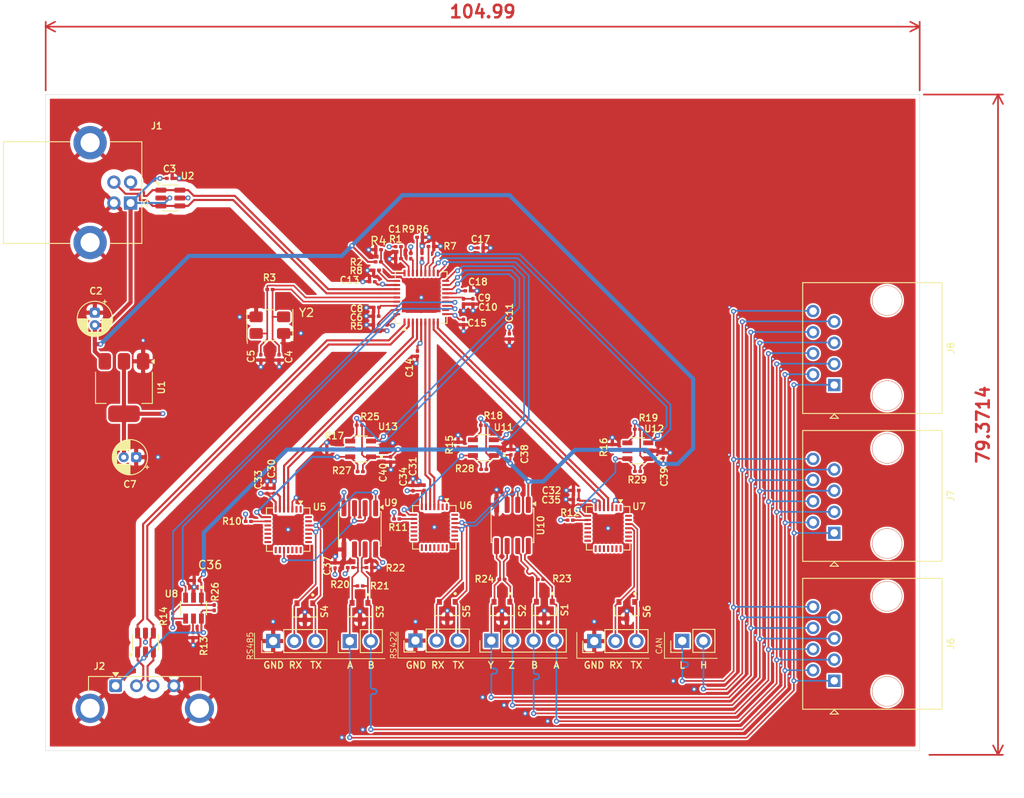
<source format=kicad_pcb>
(kicad_pcb (version 20241229) (generator "pcbnew") (generator_version "9.0")
  (layers (0 "F.Cu" signal) (4 "In1.Cu" signal) (6 "In2.Cu" signal) (2 "B.Cu" signal) (13 "F.Paste" user) (15 "B.Paste" user) (5 "F.SilkS" user "F.Silkscreen") (7 "B.SilkS" user "B.Silkscreen") (1 "F.Mask" user) (3 "B.Mask" user) (25 "Edge.Cuts" user))
  (net 0 "")
  (net 1 "GND")
  (net 2 "Net-(U3-RESET_N)")
  (net 3 "Net-(U3-XTALIN{slash}CLKIN)")
  (net 4 "Net-(U3-XTALOUT)")
  (net 5 "Net-(U3-PLLFILT)")
  (net 6 "Net-(U3-CRFILT)")
  (net 7 "Net-(U3-VBUS_DET)")
  (net 8 "U5 RX")
  (net 9 "U5 TX")
  (net 10 "U6 TX")
  (net 11 "U6 RX")
  (net 12 "U7 RX")
  (net 13 "CAN H")
  (net 14 "CAN L")
  (net 15 "Net-(U3-RBIAS)")
  (net 16 "Net-(U3-SCL{slash}SMBCLK{slash}CFG_SEL0)")
  (net 17 "Net-(U3-SDA{slash}SMBDATA{slash}NON_REM1)")
  (net 18 "Net-(U3-SUSP_IND{slash}LOCAL_PWR{slash}NON_REM0)")
  (net 19 "Net-(U6-~{RST})")
  (net 20 "Net-(U7-~{RST})")
  (net 21 "Net-(U8-ILIM)")
  (net 22 "/OCS_N1")
  (net 23 "Net-(U11-ILIM)")
  (net 24 "Net-(U12-ILIM)")
  (net 25 "Net-(U13-ILIM)")
  (net 26 "/OCS_N3")
  (net 27 "/OCS_N4")
  (net 28 "/OCS_N2")
  (net 29 "Net-(U3-HS_IND{slash}CFG_SEL1)")
  (net 30 "Net-(U5-~{RST})")
  (net 31 "/DN")
  (net 32 "/DP")
  (net 33 "/USBA_DN")
  (net 34 "/PRTPWR1")
  (net 35 "/PRTPWR2")
  (net 36 "VBUS")
  (net 37 "/PRTPWR3")
  (net 38 "/PRTPWR4")
  (net 39 "/USBA_DP")
  (net 40 "/VBUS2")
  (net 41 "Net-(U5-RS485{slash}GPIO.2)")
  (net 43 "Net-(J2-VBUS)")
  (net 71 "/VBUS3")
  (net 94 "/VBUS4")
  (net 102 "U7 TX")
  (net 103 "/USD3_DP")
  (net 104 "/USD3_DN")
  (net 105 "/USD4_DN")
  (net 106 "/USD4_DP")
  (net 107 "/USD2_DP")
  (net 108 "/USD2_DN")
  (net 109 "RS422 AB_N")
  (net 110 "RS422 AB_P")
  (net 111 "RS422 ZY_P")
  (net 112 "RS422 ZY_N")
  (net 113 "RS485+")
  (net 114 "+3.3V")
  (net 115 "RS485-")
  (footprint "Resistor_SMD:R_0201_0603Metric" (layer "F.Cu") (at 85.154067 99.991396)
    (property "Reference" "R18")
    (property "Value" "100k" (hide yes))
  )
  (footprint "Resistor_SMD:R_0201_0603Metric" (layer "F.Cu") (at 87.381464 118.52 180)
    (property "Reference" "R24")
    (property "Value" "`120" (hide yes))
  )
  (footprint "Connector_RJ:RJ45_OST_PJ012-8P8CX_Vertical" (layer "F.Cu") (at 127.29601 112.933651 90)
    (property "Reference" "J7")
    (property "Value" "RJ45")
  )
  (footprint "Connector_PinHeader_2.54mm:PinHeader_1x02_P2.54mm_Vertical" (layer "F.Cu") (at 109.039893 125.910676 90)
    (property "Reference" "J9" (hide yes))
    (property "Value" "CAN" (hide yes))
  )
  (footprint "Connector_USB:USB_B_Lumberg_2411_02_Horizontal" (layer "F.Cu") (at 42.763833 73.274874 180)
    (property "Reference" "J1")
    (property "Value" "USB_B")
  )
  (footprint "Resistor_SMD:R_0201_0603Metric" (layer "F.Cu") (at 72.520906 80.35249)
    (property "Reference" "R2")
    (property "Value" "100k" (hide yes))
  )
  (footprint "Resistor_SMD:R_0201_0603Metric" (layer "F.Cu") (at 71.428006 117.098127)
    (property "Reference" "R22")
    (property "Value" "10k" (hide yes))
  )
  (footprint "Resistor_SMD:R_0201_0603Metric" (layer "F.Cu") (at 47.831552 122.916634 90)
    (property "Reference" "R14")
    (property "Value" "100k" (hide yes))
  )
  (footprint "Resistor_SMD:R_0201_0603Metric" (layer "F.Cu") (at 59.503616 83.671795 180)
    (property "Reference" "R3")
    (property "Value" "1M" (hide yes))
  )
  (footprint "Capacitor_SMD:C_0201_0603Metric" (layer "F.Cu") (at 72.25 86.89)
    (property "Reference" "C6")
    (property "Value" "1uF" (hide yes))
  )
  (footprint "Resistor_SMD:R_0201_0603Metric" (layer "F.Cu") (at 95.575569 111.399211)
    (property "Reference" "R12")
    (property "Value" "10k" (hide yes))
  )
  (footprint "Capacitor_SMD:C_0201_0603Metric" (layer "F.Cu") (at 71.78 82.74)
    (property "Reference" "C13")
    (property "Value" "0,1uF" (hide yes))
  )
  (footprint "Capacitor_SMD:C_0201_0603Metric" (layer "F.Cu") (at 96.285 107.82)
    (property "Reference" "C32")
    (property "Value" "0,1uF" (hide yes))
  )
  (footprint "Connector_PinHeader_2.54mm:PinHeader_1x03_P2.54mm_Vertical" (layer "F.Cu") (at 76.987174 125.872838 90)
    (property "Reference" "J4" (hide yes))
    (property "Value" "U6 TX RX" (hide yes))
  )
  (footprint "Connector_USB:USB_A_Connfly_DS1095" (layer "F.Cu") (at 40.970889 131.311389)
    (property "Reference" "J2")
    (property "Value" "USB_A")
  )
  (footprint "Resistor_SMD:R_0201_0603Metric" (layer "F.Cu") (at 74.735 111.26)
    (property "Reference" "R11")
    (property "Value" "10k" (hide yes))
  )
  (footprint "Resistor_SMD:R_0201_0603Metric" (layer "F.Cu") (at 77.504999 77.403083 180)
    (property "Reference" "R6")
    (property "Value" "100k" (hide yes))
  )
  (footprint "Capacitor_SMD:C_0201_0603Metric" (layer "F.Cu") (at 74.926401 79.970394)
    (property "Reference" "C1")
    (property "Value" "0,1uF" (hide yes))
  )
  (footprint "1_My_custom_library:SOT95P280X145-6N" (layer "F.Cu") (at 85.144364 102.686626 180)
    (property "Reference" "U11")
    (property "Value" "TPS2553DBVR" (hide yes))
  )
  (footprint "Package_TO_SOT_SMD:SOT-223-3_TabPin2" (layer "F.Cu") (at 41.970308 95.459598 -90)
    (property "Reference" "U1")
    (property "Value" "AMS1117-3.3" (hide yes))
  )
  (footprint "Resistor_SMD:R_0201_0603Metric" (layer "F.Cu") (at 78.87 78.5 180)
    (property "Reference" "R7")
    (property "Value" "100k" (hide yes))
  )
  (footprint "Package_DFN_QFN:QFN-28-1EP_5x5mm_P0.5mm_EP3.35x3.35mm" (layer "F.Cu") (at 79.25111 112.255185 -90)
    (property "Reference" "U6")
    (property "Value" "CP2102N-Axx-xQFN28" (hide yes))
  )
  (footprint "Capacitor_SMD:C_0201_0603Metric" (layer "F.Cu") (at 77.224144 91.384999 90)
    (property "Reference" "C14")
    (property "Value" "0,1uF" (hide yes))
  )
  (footprint "1_My_custom_library:DIO_PESD2CAN_215" (layer "F.Cu") (at 70.324453 122.351305 -90)
    (property "Reference" "S3")
    (property "Value" "PESD2CAN_215" (hide yes))
  )
  (footprint "Capacitor_SMD:C_0201_0603Metric" (layer "F.Cu") (at 67.326617 116.852112 -90)
    (property "Reference" "C37")
    (property "Value" "0,1uF" (hide yes))
  )
  (footprint "Connector_PinHeader_2.54mm:PinHeader_1x03_P2.54mm_Vertical" (layer "F.Cu") (at 59.891378 125.933039 90)
    (property "Reference" "J3" (hide yes))
    (property "Value" "U5 TX RX" (hide yes))
  )
  (footprint "Capacitor_SMD:C_0201_0603Metric" (layer "F.Cu") (at 59.169166 107.877119 -90)
    (property "Reference" "C33")
    (property "Value" "4,7uF" (hide yes))
  )
  (footprint "Connector_PinHeader_2.54mm:PinHeader_1x02_P2.54mm_Vertical" (layer "F.Cu") (at 69.090863 125.942181 90)
    (property "Reference" "J10" (hide yes))
    (property "Value" "RS485" (hide yes))
  )
  (footprint "Capacitor_SMD:C_0201_0603Metric" (layer "F.Cu") (at 88.45499 103.237099 -90)
    (property "Reference" "C38")
    (property "Value" "0,1uF" (hide yes))
  )
  (footprint "Resistor_SMD:R_0201_0603Metric" (layer "F.Cu") (at 100.642879 102.636755 90)
    (property "Reference" "R16")
    (property "Value" "235k" (hide yes))
  )
  (footprint "Capacitor_SMD:C_0201_0603Metric" (layer "F.Cu") (at 78.03 107.52 -90)
    (property "Reference" "C31")
    (property "Value" "0,1uF" (hide yes))
  )
  (footprint "Resistor_SMD:R_0201_0603Metric" (layer "F.Cu") (at 70.332551 119.312489)
    (property "Reference" "R21")
    (property "Value" "120" (hide yes))
  )
  (footprint "1_My_custom_library:DIO_PESD2CAN_215" (layer "F.Cu") (at 63.701579 122.39158 -90)
    (property "Reference" "S4")
    (property "Value" "PESD2CAN_215" (hide yes))
  )
  (footprint "Connector_PinHeader_2.54mm:PinHeader_1x03_P2.54mm_Vertical" (layer "F.Cu") (at 98.467741 125.939102 90)
    (property "Reference" "J5" (hide yes))
    (property "Value" "U7 TX RX" (hide yes))
  )
  (footprint "Resistor_SMD:R_0201_0603Metric" (layer "F.Cu") (at 103.67 105.54)
    (property "Reference" "R29")
    (property "Value" "0R" (hide yes))
  )
  (footprint "Capacitor_SMD:C_0201_0603Metric" (layer "F.Cu") (at 83.892368 85.112607 90)
    (property "Reference" "C9")
    (property "Value" "1uF" (hide yes))
  )
  (footprint "Capacitor_SMD:C_0201_0603Metric" (layer "F.Cu") (at 60.6 91.835 90)
    (property "Reference" "C4")
    (property "Value" "18pF" (hide yes))
  )
  (footprint "Capacitor_SMD:C_0201_0603Metric" (layer "F.Cu") (at 106.75 103.63 -90)
    (property "Reference" "C39")
    (property "Value" "0,1uF" (hide yes))
  )
  (footprint "Resistor_SMD:R_0201_0603Metric" (layer "F.Cu") (at 70.252 99.985)
    (property "Reference" "R25")
    (property "Value" "100k" (hide yes))
  )
  (footprint "Capacitor_SMD:C_0201_0603Metric" (layer "F.Cu") (at 82.758265 87.594065 90)
    (property "Reference" "C15")
    (property "Value" "0,1uF" (hide yes))
  )
  (footprint "1_My_custom_library:DIO_PESD2CAN_215" (layer "F.Cu") (at 87.375764 122.225948 -90)
    (property "Reference" "S2")
    (property "Value" "PESD2CAN_215" (hide yes))
  )
  (footprint "Resistor_SMD:R_0201_0603Metric" (layer "F.Cu") (at 52.812552 121.924634 90)
    (property "Reference" "R26")
    (property "Value" "0R" (hide yes))
  )
  (footprint "Resistor_SMD:R_0201_0603Metric" (layer "F.Cu") (at 66.659655 102.867609 180)
    (property "Reference" "R17")
    (property "Value" "235k" (hide yes))
  )
  (footprint "Capacitor_SMD:C_0201_0603Metric" (layer "F.Cu") (at 82.749368 85.112607 90)
    (property "Reference" "C10")
    (property "Value" "0,1uF" (hide yes))
  )
  (footprint "1_My_custom_library:SOT95P280X145-6N" (layer "F.Cu") (at 70.4 102.84 180)
    (property "Reference" "U13")
    (property "Value" "TPS2553DBVR" (hide yes))
  )
  (footprint "Capacitor_SMD:C_0201_0603Metric" (layer "F.Cu") (at 60.013881 107.877121 -90)
    (property "Reference" "C30")
    (property "Value" "0,1uF" (hide yes))
  )
  (footprint "Capacitor_SMD:C_0201_0603Metric" (layer "F.Cu") (at 72.29 85.82)
    (property "Reference" "C8")
    (property "Value" "0,1uF" (hide yes))
  )
  (footprint "Capacitor_SMD:C_0201_0603Metric" (layer "F.Cu") (at 47.445308 70.317098)
    (property "Reference" "C3")
    (property "Value" "1uF")
  )
  (footprint "Package_DFN_QFN:QFN-28-1EP_5x5mm_P0.5mm_EP3.35x3.35mm" (layer "F.Cu") (at 61.697028 112.535959 -90)
    (property "Reference" "U5")
    (property "Value" "CP2102N-Axx-xQFN28" (hide yes))
  )
  (footprint "Capacitor_SMD:C_0201_0603Metric" (layer "F.Cu") (at 83.29103 83.834381)
    (property "Reference" "C18")
    (property "Value" "0,1uF" (hide yes))
  )
  (footprint "Resistor_SMD:R_0201_0603Metric" (layer "F.Cu") (at 74.925149 78.525849)
    (property "Reference" "R1")
    (property "Value" "100k" (hide yes))
  )
  (footprint "Resistor_SMD:R_0201_0603Metric" (layer "F.Cu") (at 82.10946 102.344876 90)
    (property "Reference" "R15")
    (property "Value" "235k" (hide yes))
  )
  (footprint "Capacitor_SMD:C_0201_0603Metric" (layer "F.Cu") (at 96.26 108.93)
    (property "Reference" "C35")
    (property "Value" "4,7uF" (hide yes))
  )
  (footprint "Capacitor_SMD:C_0201_0603Metric" (layer "F.Cu") (at 74.007988 104.101551 90)
    (property "Reference" "C40")
    (property "Value" "0,1uF" (hide yes))
  )
  (footprint "Capacitor_SMD:C_0201_0603Metric" (layer "F.Cu") (at 88.27 89.315 90)
    (property "Reference" "C11")
    (property "Value" "1uF" (hide yes))
  )
  (footprint "Capacitor_SMD:C_0201_0603Metric" (layer "F.Cu") (at 73.56 88.25 90)
    (property "Reference" "C16" (hide yes))
    (property "Value" "0,1uF" (hide yes))
  )
  (footprint "Resistor_SMD:R_0201_0603Metric" (layer "F.Cu") (at 92.005 118.52 180)
    (property "Reference" "R23")
    (property "Value" "120" (hide yes))
  )
  (footprint "Package_SO:SOIC-8_3.9x4.9mm_P1.27mm" (layer "F.Cu") (at 70.303921 112.447909 -90)
    (property "Reference" "U9")
    (property "Value" "MAX3485" (hide yes))
  )
  (footprint "1_My_custom_library:DIO_PESD2CAN_215" (layer "F.Cu") (at 80.81274 122.225256 -90)
    (property "Reference" "S5")
    (property "Value" "PESD2CAN_215" (hide yes))
  )
  (footprint "Resistor_SMD:R_0201_0603Metric" (layer "F.Cu") (at 56.91 111.55)
    (property "Reference" "R10")
    (property "Value" "10k" (hide yes))
  )
  (footprint "Resistor_SMD:R_0201_0603Metric" (layer "F.Cu") (at 76.428567 79.646926 90)
    (property "Reference" "R9")
    (property "Value" "10k" (hide yes))
  )
  (footprint "Capacitor_SMD:C_0201_0603Metric" (layer "F.Cu") (at 76.69 107.545 -90)
    (property "Reference" "C34")
    (property "Value" "4,7uF" (hide yes))
  )
  (footprint "Package_TO_SOT_SMD:SOT-23-6" (layer "F.Cu") (at 47.546078 72.680779)
    (property "Reference" "U2")
    (property "Value" "USBLC6-2SC6" (hide yes))
  )
  (footprint "Resistor_SMD:R_0201_0603Metric" (layer "F.Cu") (at 50.261552 125.216634 -90)
    (property "Reference" "R13")
    (property "Value" "49k" (hide yes))
  )
  (footprint "Package_DFN_QFN:QFN-36-1EP_6x6mm_P0.5mm_EP3.7x3.7mm" (layer "F.Cu") (at 77.674868 84.635934 90)
    (property "Reference" "U3" (hide yes))
    (property "Value" "USB2514B_Bi" (hide yes))
  )
  (footprint "Crystal:Crystal_SMD_5032-4Pin_5.0x3.2mm" (layer "F.Cu") (at 59.499638 87.960609)
    (property "Reference" "Y2")
    (property "Value" "24Mhz" (hide yes))
  )
  (footprint "Resistor_SMD:R_0201_0603Metric" (layer "F.Cu") (at 69.176294 117.098127)
    (property "Reference" "R20")
    (property "Value" "10k" (hide yes))
  )
  (footprint "Package_DFN_QFN:QFN-28-1EP_5x5mm_P0.5mm_EP3.35x3.35mm" (layer "F.Cu") (at 100.130884 112.37605 -90)
    (property "Reference" "U7")
    (property "Value" "CP2102N-Axx-xQFN28" (hide yes))
  )
  (footprint "1_My_custom_library:DIO_PESD2CAN_215" (layer "F.Cu") (at 102.38 122.24 -90)
    (property "Reference" "S6")
    (property "Value" "PESD2CAN_215" (hide yes))
  )
  (footprint "Resistor_SMD:R_0201_0603Metric" (layer "F.Cu") (at 72.536184 78.887945)
    (property "Reference" "R4")
    (property "Value" "100k" (hide yes))
  )
  (footprint "Capacitor_SMD:C_0201_0603Metric" (layer "F.Cu") (at 58.41 91.84 90)
    (property "Reference" "C5")
    (property "Value" "18pF" (hide yes))
  )
  (footprint "Package_SO:SOIC-8_3.9x4.9mm_P1.27mm" (layer "F.Cu") (at 88.63902 112.032193 -90)
    (property "Reference" "U10")
    (property "Value" "MAX490E" (hide yes))
  )
  (footprint "1_My_custom_library:DIO_PESD2CAN_215" (layer "F.Cu") (at 92.467104 122.217123 -90)
    (property "Reference" "S1")
    (property "Value" "PESD2CAN_215" (hide yes))
  )
  (footprint "Resistor_SMD:R_0201_0603Metric" (layer "F.Cu") (at 85.19 105.3)
    (property "Reference" "R28")
    (property "Value" "0R" (hide yes))
  )
  (footprint "Connector_RJ:RJ45_OST_PJ012-8P8CX_Vertical" (layer "F.Cu") (at 127.29601 95.158651 90)
    (property "Reference" "J8")
    (property "Value" "RJ45")
  )
  (footprint "Package_TO_SOT_SMD:SOT-23-6" (layer "F.Cu") (at 44.556339 126.114239 90)
    (property "Reference" "U4" (hide yes))
    (property "Value" "USBLC6-2SC6" (hide yes))
  )
  (footprint "Capacitor_THT:CP_Radial_D4.0mm_P1.50mm" (layer "F.Cu") (at 43.439459 103.834861 180)
    (property "Reference" "C7")
    (property "Value" "22uF" (hide yes))
  )
  (footprint "Capacitor_SMD:C_0201_0603Metric" (layer "F.Cu") (at 50.721552 118.651634)
    (property "Reference" "C36")
    (property "Value" "0,1uF" (hide yes))
  )
  (footprint "1_My_custom_library:SOT95P280X145-6N" (layer "F.Cu") (at 103.698215 103.062517 180)
    (property "Reference" "U12")
    (property "Value" "TPS2553DBVR" (hide yes))
  )
  (footprint "Capacitor_THT:CP_Radial_D4.0mm_P1.50mm" (layer "F.Cu") (at 38.470308 86.457098 -90)
    (property "Reference" "C2")
    (property "Value" "10uF" (hide yes))
  )
  (footprint "Resistor_SMD:R_0201_0603Metric" (layer "F.Cu") (at 103.66 100.47)
    (property "Reference" "R19")
    (property "Value" "100k" (hide yes))
  )
  (footprint "Connector_RJ:RJ45_OST_PJ012-8P8CX_Vertical" (layer "F.Cu") (at 127.29601 130.708651 90)
    (property "Reference" "J6")
    (property "Value" "RJ45")
  )
  (footprint "Connector_PinHeader_2.54mm:PinHeader_1x04_P2.54mm_Vertical" (layer "F.Cu") (at 86.10402 125.877193 90)
    (property "Reference" "J11" (hide yes))
    (property "Value" "RS422" (hide yes))
  )
  (footprint "Capacitor_SMD:C_0201_0603Metric" (layer "F.Cu") (at 77.773029 79.633972 90)
    (property "Reference" "C20" (hide yes))
    (property "Value" "0,1uF" (hide yes))
  )
  (footprint "Resistor_SMD:R_0201_0603Metric" (layer "F.Cu") (at 70.354 105.573)
    (property "Reference" "R27")
    (property "Value" "0R" (hide yes))
  )
  (footprint "Resistor_SMD:R_0201_0603Metric" (layer "F.Cu") (at 72.25 87.93)
    (property "Reference" "R5")
    (property "Value" "12k" (hide yes))
  )
  (footprint "Resistor_SMD:R_0201_0603Metric" (layer "F.Cu") (at 72.282922 81.361923)
    (property "Reference" "R8")
    (property "Value" "100k" (hide yes))
  )
  (footprint "Capacitor_SMD:C_0201_0603Metric" (layer "F.Cu") (at 84.8 78.67)
    (property "Reference" "C17")
    (property "Value" "4,7uF" (hide yes))
  )
  (footprint "1_My_custom_library:SOT95P280X145-6N" (layer "F.Cu") (at 50.324552 121.976634 -90)
    (property "Reference" "U8")
    (property "Value" "TPS2553DBVR" (hide yes))
  )
  (gr_line (start 74.883908 127.969903) (end 74.883908 124.860976) (stroke (width 0.1)) (layer "F.SilkS"))
  (gr_line (start 96.38204 128.005948) (end 105.04204 128.005948) (stroke (width 0.1)) (layer "F.SilkS"))
  (gr_line (start 96.37204 127.994104) (end 96.37204 124.885177) (stroke (width 0.1)) (layer "F.SilkS"))
  (gr_line (start 57.645794 128.059408) (end 57.645794 124.98) (stroke (width 0.1)) (layer "F.SilkS"))
  (gr_line (start 113.236019 128.010345) (end 106.896019 128.006293) (stroke (width 0.1)) (layer "F.SilkS"))
  (gr_line (start 73.335794 128.050266) (end 57.645794 128.059408) (stroke (width 0.1)) (layer "F.SilkS"))
  (gr_line (start 106.896019 128.006293) (end 106.896019 124.897366) (stroke (width 0.1)) (layer "F.SilkS"))
  (gr_line (start 95.212423 127.976307) (end 74.883908 127.976307) (stroke (width 0.1)) (layer "F.SilkS"))
  (gr_rect (start 32.567203 60.238612) (end 137.557202 139.108612) (stroke (width 0.05)) (fill no) (layer "Edge.Cuts"))
  (gr_text "RS422" (at 74.7659 128.170976 90) (layer "F.SilkS") (effects (font (size 0.7 0.7) (thickness 0.0875)) (justify left bottom)))
  (gr_text "H" (at 111.087071 129.3 0) (layer "F.SilkS") (effects (font (size 0.8 0.8)) (justify left bottom)))
  (gr_text "RX" (at 78.792415 129.3 0) (layer "F.SilkS") (effects (font (size 0.8 0.8)) (justify left bottom)))
  (gr_text "B" (at 90.785546 129.3 0) (layer "F.SilkS") (effects (font (size 0.8 0.8)) (justify left bottom)))
  (gr_text "Z" (at 88.07 129.3 0) (layer "F.SilkS") (effects (font (size 0.8 0.8)) (justify left bottom)))
  (gr_text "GND" (at 75.732415 129.3 0) (layer "F.SilkS") (effects (font (size 0.8 0.8)) (justify left bottom)))
  (gr_text "RX" (at 61.689662 129.3 0) (layer "F.SilkS") (effects (font (size 0.8 0.8)) (justify left bottom)))
  (gr_text "A" (at 93.48 129.3 0) (layer "F.SilkS") (effects (font (size 0.8 0.8)) (justify left bottom)))
  (gr_text "B" (at 71.167464 129.3 0) (layer "F.SilkS") (effects (font (size 0.8 0.8)) (justify left bottom)))
  (gr_text "RS485" (at 57.54 128.27 90) (layer "F.SilkS") (effects (font (size 0.7 0.7) (thickness 0.0875)) (justify left bottom)))
  (gr_text "CAN" (at 106.675178 127.58289 90) (layer "F.SilkS") (effects (font (size 0.7 0.7) (thickness 0.0875)) (justify left bottom)))
  (gr_text "GND" (at 58.629662 129.3 0) (layer "F.SilkS") (effects (font (size 0.8 0.8)) (justify left bottom)))
  (gr_text "Y" (at 85.602198 129.3 0) (layer "F.SilkS") (effects (font (size 0.8 0.8)) (justify left bottom)))
  (gr_text "RX" (at 100.18 129.3 0) (layer "F.SilkS") (effects (font (size 0.8 0.8)) (justify left bottom)))
  (gr_text "TX" (at 102.75 129.3 0) (layer "F.SilkS") (effects (font (size 0.8 0.8)) (justify left bottom)))
  (gr_text "L\n" (at 108.613023 129.3 0) (layer "F.SilkS") (effects (font (size 0.8 0.8)) (justify left bottom)))
  (gr_text "TX" (at 81.362415 129.3 0) (layer "F.SilkS") (effects (font (size 0.8 0.8)) (justify left bottom)))
  (gr_text "TX" (at 64.259662 129.3 0) (layer "F.SilkS") (effects (font (size 0.8 0.8)) (justify left bottom)))
  (gr_text "A" (at 68.699662 129.3 0) (layer "F.SilkS") (effects (font (size 0.8 0.8)) (justify left bottom)))
  (gr_text "GND" (at 97.12 129.3 0) (layer "F.SilkS") (effects (font (size 0.8 0.8)) (justify left bottom)))
  (dimension (type orthogonal) (layer "F.Cu") (pts (xy 32.567203 60.238612) (xy 137.557202 60.238612)) (height -8.158612) (orientation 0) (format (prefix "") (suffix "") (units 3) (units_format 0) (precision 4) (suppress_zeroes yes)) (style (thickness 0.2) (arrow_length 1.27) (text_position_mode 0) (arrow_direction outward) (extension_height 0.58642) (extension_offset 0.5) (keep_text_aligned yes)) (gr_text "104.99" (at 85.062203 50.28 0) (layer "F.Cu") (effects (font (size 1.5 1.5) (thickness 0.3)))))
  (dimension (type orthogonal) (layer "F.Cu") (pts (xy 137.557202 60.238612) (xy 138.219978 139.609978)) (height 9.412798) (orientation 1) (format (prefix "") (suffix "") (units 3) (units_format 0) (precision 4) (suppress_zeroes yes)) (style (thickness 0.2) (arrow_length 1.27) (text_position_mode 0) (arrow_direction outward) (extension_height 0.58642) (extension_offset 0.5) (keep_text_aligned yes)) (gr_text "79.3714" (at 145.17 99.924295 90) (layer "F.Cu") (effects (font (size 1.5 1.5) (thickness 0.3)))))
  (segment (start 87.375764 122.314236) (end 87.38 122.31) (width 0.2) (layer "F.Cu") (net 1))
  (segment (start 63.701579 123.39158) (end 63.701579 122.451579) (width 0.2) (layer "F.Cu") (net 1))
  (segment (start 68.398921 115.988921) (end 68.398921 114.922909) (width 0.2) (layer "F.Cu") (net 1))
  (segment (start 79.75111 109.05889) (end 80.05 108.76) (width 0.2) (layer "F.Cu") (net 1))
  (segment (start 70.66 82.74) (end 71.46 82.74) (width 0.25) (layer "F.Cu") (net 1))
  (segment (start 74.03 105.44) (end 74.05 105.46) (width 0.2) (layer "F.Cu") (net 1))
  (segment (start 73.87871 79.970394) (end 73.853381 79.995723) (width 0.2) (layer "F.Cu") (net 1))
  (segment (start 77.783029 79.303972) (end 77.773029 79.313972) (width 0.2) (layer "F.Cu") (net 1))
  (segment (start 77.674868 84.635934) (end 77.69 84.635934) (width 0.2) (layer "F.Cu") (net 1))
  (segment (start 77.224144 92.400552) (end 77.063492 92.561204) (width 0.25) (layer "F.Cu") (net 1))
  (segment (start 44.556339 126.076847) (end 44.551552 126.081634) (width 0.25) (layer "F.Cu") (net 1))
  (segment (start 76.69 107.225) (end 76.69 106.42) (width 0.2) (layer "F.Cu") (net 1))
  (segment (start 85.997798 78.67) (end 86.003768 78.67597) (width 0.2) (layer "F.Cu") (net 1))
  (segment (start 67.326617 116.532112) (end 67.857888 116.532112) (width 0.2) (layer "F.Cu") (net 1))
  (segment (start 68.4 115.99) (end 68.398921 115.988921) (width 0.2) (layer "F.Cu") (net 1))
  (segment (start 73.56 88.626962) (end 73.56 88.57) (width 0.2) (layer "F.Cu") (net 1))
  (segment (start 60.013881 107.557121) (end 60.013881 106.729224) (width 0.25) (layer "F.Cu") (net 1))
  (segment (start 77.224144 91.704999) (end 77.224144 92.400552) (width 0.25) (layer "F.Cu") (net 1))
  (segment (start 86.73402 107.74402) (end 86.73 107.74) (width 0.25) (layer "F.Cu") (net 1))
  (segment (start 79.25111 112.24889) (end 79.26 112.24) (width 0.2) (layer "F.Cu") (net 1))
  (segment (start 71.11 87.93) (end 71.1 87.92) (width 0.2) (layer "F.Cu") (net 1))
  (segment (start 82.7542 86.224102) (end 82.7542 85.437439) (width 0.2) (layer "F.Cu") (net 1))
  (segment (start 79.25111 112.255185) (end 79.25111 112.24889) (width 0.2) (layer "F.Cu") (net 1))
  (segment (start 71.97 85.82) (end 71.12 85.82) (width 0.2) (layer "F.Cu") (net 1))
  (segment (start 62.197028 109.162972) (end 62.66 108.7) (width 0.2) (layer "F.Cu") (net 1))
  (segment (start 71.962922 81.361923) (end 71.218077 81.361923) (width 0.2) (layer "F.Cu") (net 1))
  (segment (start 106.502517 103.062517) (end 106.75 103.31) (width 0.25) (layer "F.Cu") (net 1))
  (segment (start 50.281552 125.556634) (end 50.261552 125.536634) (width 0.2) (layer "F.Cu") (net 1))
  (segment (start 73.54 102.84) (end 74.25 102.13) (width 0.2) (layer "F.Cu") (net 1))
  (segment (start 80.81274 122.28274) (end 80.81 122.28) (width 0.2) (layer "F.Cu") (net 1))
  (segment (start 100.642879 101.462879) (end 100.64 101.46) (width 0.2) (layer "F.Cu") (net 1))
  (segment (start 62.66 108.7) (end 62.45 108.7) (width 0.2) (layer "F.Cu") (net 1))
  (segment (start 82.753018 87.919312) (end 82.758265 87.914065) (width 0.2) (layer "F.Cu") (net 1))
  (segment (start 60.6 92.95) (end 60.62 92.97) (width 0.2) (layer "F.Cu") (net 1))
  (segment (start 74.03 104.545) (end 74.03 105.44) (width 0.25) (layer "F.Cu") (net 1))
  (segment (start 77.92767 77.40743) (end 78.536566 77.40743) (width 0.2) (layer "F.Cu") (net 1))
  (segment (start 106.75 103.31) (end 107.57 103.31) (width 0.25) (layer "F.Cu") (net 1))
  (segment (start 59.169166 107.557119) (end 59.169166 106.722119) (width 0.25) (layer "F.Cu") (net 1))
  (segment (start 88.45499 102.917099) (end 86.629837 102.917099) (width 0.2) (layer "F.Cu") (net 1))
  (segment (start 66.339655 102.099655) (end 66.32 102.08) (width 0.2) (layer "F.Cu") (net 1))
  (segment (start 63.192377 88.960609) (end 61.149638 88.960609) (width 0.2) (layer "F.Cu") (net 1))
  (segment (start 79.75111 109.805185) (end 79.75111 109.05889) (width 0.2) (layer "F.Cu") (net 1))
  (segment (start 104.953215 103.062517) (end 106.502517 103.062517) (width 0.25) (layer "F.Cu") (net 1))
  (segment (start 92.47 122.25) (end 92.467104 122.252896) (width 0.2) (layer "F.Cu") (net 1))
  (segment (start 71.93 87.93) (end 71.11 87.93) (width 0.2) (layer "F.Cu") (net 1))
  (segment (start 44.556339 124.976739) (end 44.556339 126.076847) (width 0.25) (layer "F.Cu") (net 1))
  (segment (start 100.642879 102.316755) (end 100.642879 101.462879) (width 0.2) (layer "F.Cu") (net 1))
  (segment (start 50.401552 120.644634) (end 50.324552 120.721634) (width 0.2) (layer "F.Cu") (net 1))
  (segment (start 72.216184 78.887945) (end 71.372055 78.887945) (width 0.2) (layer "F.Cu") (net 1))
  (segment (start 78.02 107.19) (end 78.03 107.2) (width 0.2) (layer "F.Cu") (net 1))
  (segment (start 50.261552 125.536634) (end 50.261552 126.411634) (width 0.2) (layer "F.Cu") (net 1))
  (segment (start 83.8942 86.214102) (end 83.892368 85.432607) (width 0.2) (layer "F.Cu") (net 1))
  (segment (start 107.57 103.31) (end 107.59 103.29) (width 0.25) (layer "F.Cu") (net 1))
  (segment (start 87.375764 123.225948) (end 87.375764 122.314236) (width 0.2) (layer "F.Cu") (net 1))
  (segment (start 85.12 78.67) (end 85.997798 78.67) (width 0.3) (layer "F.Cu") (net 1))
  (segment (start 72.568127 117.098127) (end 72.57 117.1) (width 0.2) (layer "F.Cu") (net 1))
  (segment (start 70.324453 123.351305) (end 70.324453 122.374453) (width 0.2) (layer "F.Cu") (net 1))
  (segment (start 82.7542 86.224102) (end 82.749368 86.012607) (width 0.2) (layer "F.Cu") (net 1))
  (segment (start 62.252028 110.030959) (end 62.197028 110.085959) (width 0.2) (layer "F.Cu") (net 1))
  (segment (start 67.326617 115.773383) (end 67.33 115.77) (width 0.2) (layer "F.Cu") (net 1))
  (segment (start 47.765308 70.317098) (end 48.602902 70.317098) (width 0.2) (layer "F.Cu") (net 1))
  (segment (start 82.762741 88.157374) (end 82.752741 88.167374) (width 0.2) (layer "F.Cu") (net 1))
  (segment (start 95.965 107.82) (end 95.11 107.82) (width 0.2) (layer "F.Cu") (net 1))
  (segment (start 48.602902 70.317098) (end 48.61 70.31) (width 0.2) (layer "F.Cu") (net 1))
  (segment (start 71.655 102.84) (end 73.54 102.84) (width 0.2) (layer "F.Cu") (net 1))
  (segment (start 49.649221 72.680779) (end 49.66 72.67) (width 0.2) (layer "F.Cu") (net 1))
  (segment (start 43.439459 103.834861) (end 46.075139 103.834861) (width 0.5) (layer "F.Cu") (net 1))
  (segment (start 71.12 85.82) (end 71.08 85.86) (width 0.2) (layer "F.Cu") (net 1))
  (segment (start 59.88 123.6) (end 59.891378 123.611378) (width 0.2) (layer "F.Cu") (net 1))
  (segment (start 95.1 108.93) (end 95.07 108.9) (width 0.2) (layer "F.Cu") (net 1))
  (segment (start 71.372055 78.887945) (end 71.36 78.9) (width 0.2) (layer "F.Cu") (net 1))
  (segment (start 100.130884 112.37605) (end 100.130884 112.379116) (width 0.2) (layer "F.Cu") (net 1))
  (segment (start 71.1 86.89) (end 71.08 86.87) (width 0.2) (layer "F.Cu") (net 1))
  (segment (start 82.7542 85.437439) (end 82.749368 85.432607) (width 0.2) (layer "F.Cu") (net 1))
  (segment (start 79.937992 78.500491) (end 79.143744 78.500491) (width 0.2) (layer "F.Cu") (net 1))
  (segment (start 98.46 125.931361) (end 98.467741 125.939102) (width 0.25) (layer "F.Cu") (net 1))
  (segment (start 100.630884 109.92605) (end 100.630884 109.389116) (width 0.2) (layer "F.Cu") (net 1))
  (segment (start 50.401552 118.651634) (end 50.401552 119.441634) (width 0.2) (layer "F.Cu") (net 1))
  (segment (start 74.606401 79.970394) (end 73.87871 79.970394) (width 0.2) (layer "F.Cu") (net 1))
  (segment (start 60.6 92.155) (end 60.6 92.95) (width 0.2) (layer "F.Cu") (net 1))
  (segment (start 62.197028 110.085959) (end 62.197028 109.162972) (width 0.2) (layer "F.Cu") (net 1))
  (segment (start 84.42103 83.834381) (end 84.285372 83.834381) (width 0.2) (layer "F.Cu") (net 1))
  (segment (start 48.683578 72.680779) (end 49.649221 72.680779) (width 0.2) (layer "F.Cu") (net 1))
  (segment (start 59.169166 106.722119) (end 59.159166 106.712119) (width 0.25) (layer "F.Cu") (net 1))
  (segment (start 44.270308 92.309598) (end 44.270308 89.800308) (width 0.5) (layer "F.Cu") (net 1))
  (segment (start 86.629837 102.917099) (end 86.399364 102.686626) (width 0.2) (layer "F.Cu") (net 1))
  (segment (start 82.10946 101.19946) (end 82.09 101.18) (width 0.2) (layer "F.Cu") (net 1))
  (segment (start 50.401552 119.441634) (end 50.401552 120.644634) (width 0.2) (layer "F.Cu") (net 1))
  (segment (start 73.573038 88.64) (end 73.56 88.626962) (width 0.2) (layer "F.Cu") (net 1))
  (segment (start 44.270308 89.800308) (end 44.27 89.8) (width 0.5) (layer "F.Cu") (net 1))
  (segment (start 98.46 123.6) (end 98.46 125.931361) (width 0.25) (layer "F.Cu") (net 1))
  (segment (start 71.748006 117.098127) (end 72.568127 117.098127) (width 0.2) (layer "F.Cu") (net 1))
  (segment (start 83.612104 83.835455) (end 83.61103 83.834381) (width 0.2) (layer "F.Cu") (net 1))
  (segment (start 84.367676 83.835455) (end 83.612104 83.835455) (width 0.25) (layer "F.Cu") (net 1))
  (segment (start 50.261552 126.411634) (end 50.281552 126.431634) (width 0.2) (layer "F.Cu") (net 1))
  (segment (start 58.41 92.16) (end 58.41 92.99) (width 0.2) (layer "F.Cu") (net 1))
  (segment (start 77.4 106.7) (end 77.89 107.19) (width 0.2) (layer "F.Cu") (net 1))
  (segment (start 63.220243 88.932743) (end 63.192377 88.960609) (width 0.2) (layer "F.Cu") (net 1))
  (segment (start 76.99 123.6) (end 76.99 125.870012) (width 0.25) (layer "F.Cu") (net 1))
  (segment (start 76.99 125.870012) (end 76.987174 125.872838) (width 0.25) (layer "F.Cu") (net 1))
  (segment (start 102.38 123.24) (end 102.38 122.32) (width 0.2) (layer "F.Cu") (net 1))
  (segment (start 57.849638 86.960609) (end 55.889391 86.960609) (width 0.2) (layer "F.Cu") (net 1))
  (segment (start 89.227099 102.917099) (end 89.23 102.92) (width 0.2) (layer "F.Cu") (net 1))
  (segment (start 100.130884 112.379116) (end 100.13 112.38) (width 0.2) (layer "F.Cu") (net 1))
  (segment (start 55.889391 86.960609) (end 55.87 86.98) (width 0.2) (layer "F.Cu") (net 1))
  (segment (start 71.93 86.89) (end 71.1 86.89) (width 0.2) (layer "F.Cu") (net 1))
  (segment (start 95.94 108.93) (end 95.1 108.93) (width 0.2) (layer "F.Cu") (net 1))
  (segment (start 67.857888 116.532112) (end 68.4 115.99) (width 0.2) (layer "F.Cu") (net 1))
  (segment (start 63.701579 122.451579) (end 63.69 122.44) (width 0.2) (layer "F.Cu") (net 1))
  (segment (start 67.326617 116.532112) (end 67.326617 115.773383) (width 0.2) (layer "F.Cu") (net 1))
  (segment (start 82.753018 88.689633) (end 82.753018 87.919312) (width 0.25) (layer "F.Cu") (net 1))
  (segment (start 86.73402 109.557193) (end 86.73402 107.74402) (width 0.25) (layer "F.Cu") (net 1))
  (segment (start 88.45499 102.917099) (end 89.227099 102.917099) (width 0.25) (layer "F.Cu") (net 1))
  (segment (start 92.467104 123.217123) (end 92.467104 122.252896) (width 0.2) (layer "F.Cu") (net 1))
  (segment (start 82.10946 102.024876) (end 82.10946 101.19946) (width 0.2) (layer "F.Cu") (net 1))
  (segment (start 100.630884 109.389116) (end 101.01 109.01) (width 0.2) (layer "F.Cu") (net 1))
  (segment (start 77.783029 78.463972) (end 77.783029 79.303972) (width 0.2) (layer "F.Cu") (net 1))
  (segment (start 70.324453 122.374453) (end 70.32 122.37) (width 0.2) (layer "F.Cu") (net 1))
  (segment (start 47.740078 70.437328) (end 47.820308 70.357098) (width 0.2) (layer "F.Cu") (net 1))
  (segment (start 77.89 107.19) (end 78.02 107.19) (width 0.2) (layer "F.Cu") (net 1))
  (segment (start 88.27 89.635) (end 88.27 90.45) (width 0.25) (layer "F.Cu") (net 1))
  (segment (start 59.891378 123.611378) (end 59.891378 125.933039) (width 0.2) (layer "F.Cu") (net 1))
  (segment (start 66.339655 102.867609) (end 66.339655 102.099655) (width 0.2) (layer "F.Cu") (net 1))
  (segment (start 80.81274 123.225256) (end 80.81274 122.28274) (width 0.2) (layer "F.Cu") (net 1))
  (via (at 59.159166 106.712119) (size 0.6) (drill 0.3) (layers "F.Cu" "B.Cu") (net 1))
  (via (at 66.32 102.08) (size 0.6) (drill 0.3) (layers "F.Cu" "B.Cu") (net 1))
  (via (at 107.59 103.29) (size 0.6) (drill 0.3) (layers "F.Cu" "B.Cu") (net 1))
  (via (at 70.654311 136.577314) (size 0.6) (drill 0.3) (layers "F.Cu" "B.Cu") (net 1))
  (via (at 120.875745 128.869749) (size 0.35) (drill 0.2) (layers "F.Cu" "B.Cu") (net 1))
  (via (at 63.220243 88.932743) (size 0.6) (drill 0.3) (layers "F.Cu" "B.Cu") (net 1))
  (via (at 115.734634 122.593985) (size 0.35) (drill 0.2) (layers "F.Cu" "B.Cu") (net 1))
  (via (at 114.69 85.8) (size 0.35) (drill 0.2) (layers "F.Cu" "B.Cu") (net 1))
  (via (at 77.4 106.7) (size 0.6) (drill 0.3) (layers "F.Cu" "B.Cu") (net 1))
  (via (at 63.69 122.44) (size 0.6) (drill 0.3) (layers "F.Cu" "B.Cu") (net 1))
  (via (at 77.69 84.635934) (size 0.6) (drill 0.3) (layers "F.Cu" "B.Cu") (net 1))
  (via (at 59.88 123.6) (size 0.6) (drill 0.3) (layers "F.Cu" "B.Cu") (net 1))
  (via (at 86.003768 78.67597) (size 0.6) (drill 0.3) (layers "F.Cu" "B.Cu") (net 1))
  (via (at 102.38 122.32) (size 0.6) (drill 0.3) (layers "F.Cu" "B.Cu") (net 1))
  (via (at 98.46 123.6) (size 0.6) (drill 0.3) (layers "F.Cu" "B.Cu") (net 1))
  (via (at 74.25 102.13) (size 0.6) (drill 0.3) (layers "F.Cu" "B.Cu") (net 1))
  (via (at 82.753018 88.689633) (size 0.6) (drill 0.3) (layers "F.Cu" "B.Cu") (net 1))
  (via (at 71.36 78.9) (size 0.6) (drill 0.3) (layers "F.Cu" "B.Cu") (net 1))
  (via (at 73.573038 88.64) (size 0.6) (drill 0.3) (layers "F.Cu" "B.Cu") (net 1))
  (via (at 76.69 106.42) (size 0.6) (drill 0.3) (layers "F.Cu" "B.Cu") (net 1))
  (via (at 48.61 70.31) (size 0.6) (drill 0.3) (layers "F.Cu" "B.Cu") (net 1))
  (via (at 68.147712 137.525265) (size 0.6) (drill 0.3) (layers "F.Cu" "B.Cu") (net 1))
  (via (at 116.768196 123.838423) (size 0.35) (drill 0.2) (layers "F.Cu" "B.Cu") (net 1))
  (via (at 100.13 112.38) (size 0.6) (drill 0.3) (layers "F.Cu" "B.Cu") (net 1))
  (via (at 80.81 122.28) (size 0.6) (drill 0.3) (layers "F.Cu" "B.Cu") (net 1))
  (via (at 50.401552 119.441634) (size 0.6) (drill 0.3) (layers "F.Cu" "B.Cu") (net 1))
  (via (at 84.367676 83.835455) (size 0.6) (drill 0.3) (layers "F.Cu" "B.Cu") (net 1))
  (via (at 100.64 101.46) (size 0.6) (drill 0.3) (layers "F.Cu" "B.Cu") (net 1))
  (via (at 87.38 122.31) (size 0.6) (drill 0.3) (layers "F.Cu" "B.Cu") (net 1))
  (via (at 77.783029 78.463972) (size 0.6) (drill 0.3) (layers "F.Cu" "B.Cu") (net 1))
  (via (at 118.87 108.49) (size 0.35) (drill 0.2) (layers "F.Cu" "B.Cu") (net 1))
  (via (at 115.77 86.98) (size 0.35) (drill 0.2) (layers "F.Cu" "B.Cu") (net 1))
  (via (at 61.697028 112.535959) (size 0.6) (drill 0.3) (layers "F.Cu" "B.Cu") (net 1))
  (via (at 90.159054 134.638855) (size 0.6) (drill 0.3) (layers "F.Cu" "B.Cu") (net 1))
  (via (at 55.87 86.98) (size 0.6) (drill 0.3) (layers "F.Cu" "B.Cu") (net 1))
  (via (at 92.867761 135.565721) (size 0.6) (drill 0.3) (layers "F.Cu" "B.Cu") (net 1))
  (via (at 71.2 81.38) (size 0.6) (drill 0.3) (layers "F.Cu" "B.Cu") (net 1))
  (via (at 117.819342 125.219259) (size 0.35) (drill 0.2) (layers "F.Cu" "B.Cu") (net 1))
  (via (at 76.99 123.6) (size 0.6) (drill 0.3) (layers "F.Cu" "B.Cu") (net 1))
  (via (at 82.10897 101.177215) (size 0.6) (drill 0.3) (layers "F.Cu" "B.Cu") (net 1))
  (via (at 60.62 92.97) (size 0.6) (drill 0.3) (layers "F.Cu" "B.Cu") (net 1))
  (via (at 44.551552 126.081634) (size 0.6) (drill 0.3) (layers "F.Cu" "B.Cu") (net 1))
  (via (at 95.057306 108.906927) (size 0.6) (drill 0.3) (layers "F.Cu" "B.Cu") (net 1))
  (via (at 117.82 107.34) (size 0.35) (drill 0.2) (layers "F.Cu" "B.Cu") (net 1))
  (via (at 70.66 82.74) (size 0.6) (drill 0.3) (layers "F.Cu" "B.Cu") (net 1))
  (via (at 114.65 103.54) (size 0.35) (drill 0.2) (layers "F.Cu" "B.Cu") (net 1))
  (via (at 78.615051 77.401136) (size 0.6) (drill 0.3) (layers "F.Cu" "B.Cu") (net 1))
  (via (at 120.92 93.25) (size 0.35) (drill 0.2) (layers "F.Cu" "B.Cu") (net 1))
  (via (at 60.007276 106.722619) (size 0.6) (drill 0.3) (layers "F.Cu" "B.Cu") (net 1))
  (via (at 71.08 85.86) (size 0.6) (drill 0.3) (layers "F.Cu" "B.Cu") (net 1))
  (via (at 86.73 107.74) (size 0.6) (drill 0.3) (layers "F.Cu" "B.Cu") (net 1))
  (via (at 115.73 104.72) (size 0.35) (drill 0.2) (layers "F.Cu" "B.Cu") (net 1))
  (via (at 74.027988 105.336551) (size 0.6) (drill 0.3) (layers "F.Cu" "B.Cu") (net 1))
  (via (at 110.465265 131.727356) (size 0.6) (drill 0.3) (layers "F.Cu" "B.Cu") (net 1))
  (via (at 83.8942 86.214102) (size 0.6) (drill 0.3) (layers "F.Cu" "B.Cu") (net 1))
  (via (at 101.01 109.01) (size 0.6) (drill 0.3) (layers "F.Cu" "B.Cu") (net 1))
  (via (at 71.08 86.87) (size 0.6) (drill 0.3) (layers "F.Cu" "B.Cu") (net 1))
  (via (at 88.27 90.45) (size 0.6) (drill 0.3) (layers "F.Cu" "B.Cu") (net 1))
  (via (at 121.95 94.54) (size 0.35) (drill 0.2) (layers "F.Cu" "B.Cu") (net 1))
  (via (at 80.05 108.76) (size 0.6) (drill 0.3) (layers "F.Cu" "B.Cu") (net 1))
  (via (at 79.26 112.24) (size 0.6) (drill 0.3) (layers "F.Cu" "B.Cu") (net 1))
  (via (at 50.281552 126.431634) (size 0.6) (drill 0.3) (layers "F.Cu" "B.Cu") (net 1))
  (via (at 95.11 107.82) (size 0.6) (drill 0.3) (layers "F.Cu" "B.Cu") (net 1))
  (via (at 46.055947 103.825947) (size 0.6) (drill 0.3) (layers "F.Cu" "B.Cu") (net 1))
  (via (at 114.67 121.42) (size 0.35) (drill 0.2) (layers "F.Cu" "B.Cu") (net 1))
  (via (at 121.905734 130.157236) (size 0.35) (drill 0.2) (layers "F.Cu" "B.Cu") (net 1))
  (via (at 116.769062 105.995687) (size 0.35) (drill 0.2) (layers "F.Cu" "B.Cu") (net 1))
  (via (at 49.66 72.67) (size 0.6) (drill 0.3) (layers "F.Cu" "B.Cu") (net 1))
  (via (at 107.952667 130.732896) (size 0.6) (drill 0.3) (layers "F.Cu" "B.Cu") (net 1))
  (via (at 120.88 110.99) (size 0.35) (drill 0.2) (layers "F.Cu" "B.Cu") (net 1))
  (via (at 70.32 122.37) (size 0.6) (drill 0.3) (layers "F.Cu" "B.Cu") (net 1))
  (via (at 71.1 87.92) (size 0.6) (drill 0.3) (layers "F.Cu" "B.Cu") (net 1))
  (via (at 67.33 115.77) (size 0.6) (drill 0.3) (layers "F.Cu" "B.Cu") (net 1))
  (via (at 119.887707 127.627818) (size 0.35) (drill 0.2) (layers "F.Cu" "B.Cu") (net 1))
  (via (at 118.867829 126.367049) (size 0.35) (drill 0.2) (layers "F.Cu" "B.Cu") (net 1))
  (via (at 44.27 89.8) (size 0.5) (drill 0.3) (layers "F.Cu" "B.Cu") (net 1))
  (via (at 79.992783 78.479997) (size 0.6) (drill 0.3) (layers "F.Cu" "B.Cu") (net 1))
  (via (at 82.7542 86.224102) (size 0.6) (drill 0.3) (layers "F.Cu" "B.Cu") (net 1))
  (via (at 72.57 117.1) (size 0.6) (drill 0.3) (layers "F.Cu" "B.Cu") (net 1))
  (via (at 119.89 109.75) (size 0.35) (drill 0.2) (layers "F.Cu" "B.Cu") (net 1))
  (via (at 73.871111 79.998155) (size 0.6) (drill 0.3) (layers "F.Cu" "B.Cu") (net 1))
  (via (at 58.41 92.99) (size 0.6) (drill 0.3) (layers "F.Cu" "B.Cu") (net 1))
  (via (at 118.91 90.75) (size 0.35) (drill 0.2) (layers "F.Cu" "B.Cu") (net 1))
  (via (at 92.465225 122.288193) (size 0.6) (drill 0.3) (layers "F.Cu" "B.Cu") (net 1))
  (via (at 117.86 89.6) (size 0.35) (drill 0.2) (layers "F.Cu" "B.Cu") (net 1))
  (via (at 121.95 112.29) (size 0.35) (drill 0.2) (layers "F.Cu" "B.Cu") (net 1))
  (via (at 77.063492 92.561204) (size 0.6) (drill 0.3) (layers "F.Cu" "B.Cu") (net 1))
  (via (at 62.66 108.7) (size 0.6) (drill 0.3) (layers "F.Cu" "B.Cu") (net 1))
  (via (at 85.054489 132.689394) (size 0.6) (drill 0.3) (layers "F.Cu" "B.Cu") (net 1))
  (via (at 119.93 92.01) (size 0.35) (drill 0.2) (layers "F.Cu" "B.Cu") (net 1))
  (via (at 89.23 102.92) (size 0.6) (drill 0.3) (layers "F.Cu" "B.Cu") (net 1))
  (via (at 116.8 88.21) (size 0.35) (drill 0.2) (layers "F.Cu" "B.Cu") (net 1))
  (via (at 87.631986 133.638354) (size 0.6) (drill 0.3) (layers "F.Cu" "B.Cu") (net 1))
  (segment (start 75.246401 78.527101) (end 75.245149 78.525849) (width 0.2) (layer "F.Cu") (net 2))
  (segment (start 75.246401 79.970394) (end 76.174868 80.898861) (width 0.2) (layer "F.Cu") (net 2))
  (segment (start 76.174868 80.898861) (end 76.174868 81.698434) (width 0.2) (layer "F.Cu") (net 2))
  (segment (start 75.245149 78.525849) (end 75.245149 79.969142) (width 0.2) (layer "F.Cu") (net 2))
  (segment (start 75.245149 79.969142) (end 75.246401 79.970394) (width 0.2) (layer "F.Cu") (net 2))
  (segment (start 74.737368 85.135934) (end 63.535934 85.135934) (width 0.2) (layer "F.Cu") (net 3))
  (segment (start 62.07 83.67) (end 62.068205 83.671795) (width 0.2) (layer "F.Cu") (net 3))
  (segment (start 61.149638 86.960609) (end 59.833007 86.960609) (width 0.2) (layer "F.Cu") (net 3))
  (segment (start 59.823616 89.653616) (end 59.823616 86.97) (width 0.2) (layer "F.Cu") (net 3))
  (segment (start 60.6 91.515) (end 60.6 90.43) (width 0.2) (layer "F.Cu") (net 3))
  (segment (start 63.535934 85.135934) (end 62.07 83.67) (width 0.2) (layer "F.Cu") (net 3))
  (segment (start 59.833007 86.960609) (end 59.823616 86.97) (width 0.2) (layer "F.Cu") (net 3))
  (segment (start 59.823616 83.671795) (end 59.823616 86.97) (width 0.2) (layer "F.Cu") (net 3))
  (segment (start 62.068205 83.671795) (end 59.823616 83.671795) (width 0.2) (layer "F.Cu") (net 3))
  (segment (start 60.6 90.43) (end 59.823616 89.653616) (width 0.2) (layer "F.Cu") (net 3))
  (segment (start 59.183616 87.552478) (end 59.183616 88.98) (width 0.2) (layer "F.Cu") (net 4))
  (segment (start 74.737368 84.635934) (end 63.785934 84.635934) (width 0.2) (layer "F.Cu") (net 4))
  (segment (start 60.123407 83.2) (end 60.114202 83.190795) (width 0.2) (layer "F.Cu") (net 4))
  (segment (start 63.785934 84.635934) (end 62.35 83.2) (width 0.2) (layer "F.Cu") (net 4))
  (segment (start 59.523825 83.2) (end 59.27 83.2) (width 0.2) (layer "F.Cu") (net 4))
  (segment (start 59.164225 88.960609) (end 59.183616 88.98) (width 0.2) (layer "F.Cu") (net 4))
  (segment (start 59.183616 88.98) (end 59.183616 89.636384) (width 0.2) (layer "F.Cu") (net 4))
  (segment (start 58.41 90.41) (end 59.183616 89.636384) (width 0.2) (layer "F.Cu") (net 4))
  (segment (start 62.35 83.2) (end 60.123407 83.2) (width 0.2) (layer "F.Cu") (net 4))
  (segment (start 59.183616 83.286384) (end 59.183616 83.671795) (width 0.2) (layer "F.Cu") (net 4))
  (segment (start 58.41 91.52) (end 58.41 90.41) (width 0.2) (layer "F.Cu") (net 4))
  (segment (start 59.27 83.2) (end 59.183616 83.286384) (width 0.2) (layer "F.Cu") (net 4))
  (segment (start 59.183616 83.671795) (end 59.183616 87.552478) (width 0.2) (layer "F.Cu") (net 4))
  (segment (start 59.53303 83.190795) (end 59.523825 83.2) (width 0.2) (layer "F.Cu") (net 4))
  (segment (start 57.849638 88.960609) (end 59.164225 88.960609) (width 0.2) (layer "F.Cu") (net 4))
  (segment (start 60.114202 83.190795) (end 59.53303 83.190795) (width 0.2) (layer "F.Cu") (net 4))
  (segment (start 72.794066 85.635934) (end 72.61 85.82) (width 0.2) (layer "F.Cu") (net 5))
  (segment (start 72.57 86.89) (end 72.57 85.86) (width 0.2) (layer "F.Cu") (net 5))
  (segment (start 72.57 85.86) (end 72.61 85.82) (width 0.2) (layer "F.Cu") (net 5))
  (segment (start 74.737368 85.635934) (end 72.794066 85.635934) (width 0.2) (layer "F.Cu") (net 5))
  (segment (start 83.873302 84.773541) (end 83.892368 84.792607) (width 0.2) (layer "F.Cu") (net 6))
  (segment (start 82.749368 84.792607) (end 83.892368 84.792607) (width 0.2) (layer "F.Cu") (net 6))
  (segment (start 80.612368 84.635934) (end 82.592695 84.635934) (width 0.2) (layer "F.Cu") (net 6))
  (segment (start 80.612368 84.635934) (end 80.619302 84.629) (width 0.2) (layer "F.Cu") (net 6))
  (segment (start 82.592695 84.635934) (end 82.749368 84.792607) (width 0.2) (layer "F.Cu") (net 6))
  (segment (start 74.18685 81.698434) (end 72.840906 80.35249) (width 0.2) (layer "F.Cu") (net 7))
  (segment (start 72.856184 78.887945) (end 72.856184 80.337212) (width 0.2) (layer "F.Cu") (net 7))
  (segment (start 75.674868 81.698434) (end 74.18685 81.698434) (width 0.2) (layer "F.Cu") (net 7))
  (segment (start 72.208921 108.071079) (end 72.21 108.07) (width 0.2) (layer "F.Cu") (net 8))
  (segment (start 65.005719 119.124281) (end 65.005719 112.819988) (width 0.2) (layer "F.Cu") (net 8))
  (segment (start 64.831059 112.819991) (end 64.547027 112.535959) (width 0.2) (layer "F.Cu") (net 8))
  (segment (start 72.208921 109.972909) (end 72.208921 108.071079) (width 0.2) (layer "F.Cu") (net 8))
  (segment (start 64.547027 112.535959) (end 64.147028 112.535959) (width 0.2) (layer "F.Cu") (net 8))
  (segment (start 65.005719 112.819988) (end 65.005716 112.819991) (width 0.2) (layer "F.Cu") (net 8))
  (segment (start 62.431378 125.933039) (end 62.431378 121.711781) (width 0.2) (layer "F.Cu") (net 8))
  (segment (start 65.005716 112.819991) (end 64.831059 112.819991) (width 0.2) (layer "F.Cu") (net 8))
  (segment (start 62.431378 121.711781) (end 62.751579 121.39158) (width 0.2) (layer "F.Cu") (net 8))
  (segment (start 62.751579 121.378421) (end 65.005719 119.124281) (width 0.2) (layer "F.Cu") (net 8))
  (segment (start 62.177378 125.679039) (end 62.431378 125.933039) (width 0.2) (layer "F.Cu") (net 8))
  (segment (start 62.751579 121.39158) (end 62.751579 121.378421) (width 0.2) (layer "F.Cu") (net 8))
  (via (at 65.005719 112.819988) (size 0.6) (drill 0.3) (layers "F.Cu" "B.Cu") (net 8))
  (via (at 72.21 108.06) (size 0.6) (drill 0.3) (layers "F.Cu" "B.Cu") (net 8))
  (segment (start 65.051668 112.819991) (end 69.801659 108.07) (width 0.2) (layer "B.Cu") (net 8))
  (segment (start 72.2 108.07) (end 72.21 108.06) (width 0.2) (layer "B.Cu") (net 8))
  (segment (start 65.005719 112.819988) (end 65.005722 112.819991) (width 0.2) (layer "B.Cu") (net 8))
  (segment (start 69.801659 108.07) (end 72.2 108.07) (width 0.2) (layer "B.Cu") (net 8))
  (segment (start 65.005722 112.819991) (end 65.051668 112.819991) (width 0.2) (layer "B.Cu") (net 8))
  (segment (start 64.971378 125.933039) (end 64.971378 121.711379) (width 0.2) (layer "F.Cu") (net 9))
  (segment (start 68.398921 109.972909) (end 68.398921 108.061079) (width 0.2) (layer "F.Cu") (net 9))
  (segment (start 64.971378 121.711379) (end 64.651579 121.39158) (width 0.2) (layer "F.Cu") (net 9))
  (segment (start 65.586719 112.579329) (end 65.586719 120.45644) (width 0.2) (layer "F.Cu") (net 9))
  (segment (start 65.04739 112.04) (end 65.586719 112.579329) (width 0.2) (layer "F.Cu") (net 9))
  (segment (start 65.01 112.04) (end 65.04739 112.04) (width 0.2) (layer "F.Cu") (net 9))
  (segment (start 68.398921 108.061079) (end 68.4 108.06) (width 0.2) (layer "F.Cu") (net 9))
  (segment (start 64.147028 112.035959) (end 65.005959 112.035959) (width 0.2) (layer "F.Cu") (net 9))
  (segment (start 65.586719 120.45644) (end 64.651579 121.39158) (width 0.2) (layer "F.Cu") (net 9))
  (segment (start 65.005959 112.035959) (end 65.01 112.04) (width 0.2) (layer "F.Cu") (net 9))
  (via (at 65.01 112.04) (size 0.6) (drill 0.3) (layers "F.Cu" "B.Cu") (net 9))
  (via (at 68.4 108.06) (size 0.6) (drill 0.3) (layers "F.Cu" "B.Cu") (net 9))
  (segment (start 68.4 108.66) (end 68.4 108.06) (width 0.2) (layer "B.Cu") (net 9))
  (segment (start 65.01 112.04) (end 65.02 112.04) (width 0.2) (layer "B.Cu") (net 9))
  (segment (start 65.02 112.04) (end 68.4 108.66) (width 0.2) (layer "B.Cu") (net 9))
  (segment (start 82.556327 111.694378) (end 83.134763 112.272814) (width 0.2) (layer "F.Cu") (net 10))
  (segment (start 82.067174 125.872838) (end 82.067174 121.52969) (width 0.2) (layer "F.Cu") (net 10))
  (segment (start 83.134763 119.853233) (end 81.76274 121.225256) (width 0.2) (layer "F.Cu") (net 10))
  (segment (start 82.067174 121.52969) (end 81.76274 121.225256) (width 0.2) (layer "F.Cu") (net 10))
  (segment (start 82.49552 111.755185) (end 82.556327 111.694378) (width 0.2) (layer "F.Cu") (net 10))
  (segment (start 88.00402 109.557193) (end 88.00402 107.74598) (width 0.2) (layer "F.Cu") (net 10))
  (segment (start 81.70111 111.755185) (end 82.49552 111.755185) (width 0.2) (layer "F.Cu") (net 10))
  (segment (start 88.00402 107.74598) (end 88.02 107.73) (width 0.2) (layer "F.Cu") (net 10))
  (segment (start 83.134763 112.272814) (end 83.134763 119.853233) (width 0.2) (layer "F.Cu") (net 10))
  (segment (start 82.504815 111.755185) (end 82.52 111.74) (width 0.2) (layer "F.Cu") (net 10))
  (via (at 88.02 107.73) (size 0.6) (drill 0.3) (layers "F.Cu" "B.Cu") (net 10))
  (via (at 82.556327 111.694378) (size 0.6) (drill 0.3) (layers "F.Cu" "B.Cu") (net 10))
  (segment (start 84.055622 111.694378) (end 88.02 107.73) (width 0.2) (layer "B.Cu") (net 10))
  (segment (start 82.556327 111.694378) (end 84.055622 111.694378) (width 0.2) (layer "B.Cu") (net 10))
  (segment (start 82.553763 118.534233) (end 79.86274 121.225256) (width 0.2) (layer "F.Cu") (net 11))
  (segment (start 79.527174 125.872838) (end 79.527174 121.560822) (width 0.2) (layer "F.Cu") (net 11))
  (segment (start 81.766925 112.321) (end 82.355492 112.321) (width 0.2) (layer "F.Cu") (net 11))
  (segment (start 82.355492 112.321) (end 82.553763 112.519271) (width 0.2) (layer "F.Cu") (net 11))
  (segment (start 89.27402 109.557193) (end 89.27402 107.72402) (width 0.2) (layer "F.Cu") (net 11))
  (segment (start 79.527174 121.560822) (end 79.86274 121.225256) (width 0.2) (layer "F.Cu") (net 11))
  (segment (start 89.27402 107.72402) (end 89.27 107.72) (width 0.2) (layer "F.Cu") (net 11))
  (segment (start 81.70111 112.255185) (end 81.766925 112.321) (width 0.2) (layer "F.Cu") (net 11))
  (segment (start 82.553763 112.519271) (end 82.553763 118.534233) (width 0.2) (layer "F.Cu") (net 11))
  (via (at 82.553763 112.519271) (size 0.6) (drill 0.3) (layers "F.Cu" "B.Cu") (net 11))
  (via (at 89.27 107.72) (size 0.6) (drill 0.3) (layers "F.Cu" "B.Cu") (net 11))
  (segment (start 87.977816 108.311) (end 84.213437 112.075378) (width 0.2) (layer "B.Cu") (net 11))
  (segment (start 87.977816 108.311) (end 88.679 108.311) (width 0.2) (layer "B.Cu") (net 11))
  (segment (start 82.997656 112.075378) (end 82.553763 112.519271) (width 0.2) (layer "B.Cu") (net 11))
  (segment (start 88.679 108.311) (end 89.27 107.72) (width 0.2) (layer "B.Cu") (net 11))
  (segment (start 84.213437 112.075378) (end 82.997656 112.075378) (width 0.2) (layer "B.Cu") (net 11))
  (segment (start 101.007741 121.662259) (end 101.43 121.24) (width 0.2) (layer "F.Cu") (net 12))
  (segment (start 101.007741 125.939102) (end 101.007741 121.662259) (width 0.2) (layer "F.Cu") (net 12))
  (segment (start 103.261884 119.408116) (end 101.43 121.24) (width 0.2) (layer "F.Cu") (net 12))
  (segment (start 103.261884 112.657051) (end 103.261884 119.408116) (width 0.2) (layer "F.Cu") (net 12))
  (segment (start 102.580884 112.37605) (end 102.980883 112.37605) (width 0.2) (layer "F.Cu") (net 12))
  (segment (start 102.980883 112.37605) (end 103.261884 112.657051) (width 0.2) (layer "F.Cu") (net 12))
  (segment (start 116.25 87.560078) (end 116.250537 87.559541) (width 0.2) (layer "F.Cu") (net 13))
  (segment (start 111.576294 131.697211) (end 111.619083 131.74) (width 0.2) (layer "F.Cu") (net 13))
  (segment (start 111.619083 131.74) (end 114.326309 131.74) (width 0.2) (layer "F.Cu") (net 13))
  (segment (start 127.419245 122.47851) (end 127.40447 122.463735) (width 0.2) (layer "F.Cu") (net 13))
  (segment (start 114.326309 131.74) (end 116.25 129.816309) (width 0.2) (layer "F.Cu") (net 13))
  (segment (start 116.25 129.816309) (end 116.25 87.560078) (width 0.2) (layer "F.Cu") (net 13))
  (via (at 116.250537 87.559541) (size 0.6) (drill 0.3) (layers "F.Cu" "B.Cu") (net 13))
  (via (at 111.576294 131.697211) (size 0.6) (drill 0.3) (layers "F.Cu" "B.Cu") (net 13))
  (via (at 116.270537 105.369541) (size 0.6) (drill 0.3) (layers "F.Cu" "B.Cu") (net 13))
  (via (at 116.249007 123.138192) (size 0.6) (drill 0.3) (layers "F.Cu" "B.Cu") (net 13))
  (segment (start 116.298548 123.088651) (end 116.249007 123.138192) (width 0.2) (layer "B.Cu") (net 13))
  (segment (start 111.579893 131.662517) (end 111.54016 131.70225) (width 0.2) (layer "B.Cu") (net 13))
  (segment (start 116.249007 123.249007) (end 116.25 123.25) (width 0.2) (layer "B.Cu") (net 13))
  (segment (start 116.249007 123.138192) (end 116.249007 123.249007) (width 0.2) (layer "B.Cu") (net 13))
  (segment (start 127.29754 87.51) (end 116.300078 87.51) (width 0.2) (layer "B.Cu") (net 13))
  (segment (start 127.29601 123.088651) (end 116.298548 123.088651) (width 0.2) (layer "B.Cu") (net 13))
  (segment (start 127.31754 105.32) (end 116.320078 105.32) (width 0.2) (layer "B.Cu") (net 13))
  (segment (start 111.579893 125.910676) (end 111.579893 131.662517) (width 0.2) (layer "B.Cu") (net 13))
  (segment (start 115.21 113.556672) (end 115.211384 113.555288) (width 0.2) (layer "F.Cu") (net 14))
  (segment (start 109.064629 130.73) (end 114.030309 130.73) (width 0.2) (layer "F.Cu") (net 14))
  (segment (start 114.030309 130.73) (end 115.21 129.550309) (width 0.2) (layer "F.Cu") (net 14))
  (segment (start 115.211384 86.314966) (end 115.195603 86.299185) (width 0.2) (layer "F.Cu") (net 14))
  (segment (start 115.21 129.550309) (end 115.21 113.556672) (width 0.2) (layer "F.Cu") (net 14))
  (segment (start 109.03832 130.756309) (end 109.064629 130.73) (width 0.2) (layer "F.Cu") (net 14))
  (segment (start 115.211384 113.555288) (end 115.211384 86.314966) (width 0.2) (layer "F.Cu") (net 14))
  (via (at 115.194073 121.877836) (size 0.6) (drill 0.3) (layers "F.Cu" "B.Cu") (net 14))
  (via (at 115.215603 104.109185) (size 0.6) (drill 0.3) (layers "F.Cu" "B.Cu") (net 14))
  (via (at 109.03832 130.745383) (size 0.6) (drill 0.3) (layers "F.Cu" "B.Cu") (net 14))
  (via (at 115.195603 86.299185) (size 0.6) (drill 0.3) (layers "F.Cu" "B.Cu") (net 14))
  (segment (start 115.253258 121.818651) (end 115.194073 121.877836) (width 0.2) (layer "B.Cu") (net 14))
  (segment (start 109.039893 130.754736) (end 109.03832 130.756309) (width 0.2) (layer "B.Cu") (net 14))
  (segment (start 109.039893 129.303882) (end 109.039893 129.423882) (width 0.2) (layer "B.Cu") (net 14))
  (segment (start 124.75601 121.818651) (end 115.253258 121.818651) (width 0.2) (layer "B.Cu") (net 14))
  (segment (start 109.279893 128.463882) (end 109.482747 128.463882) (width 0.2) (layer "B.Cu") (net 14))
  (segment (start 109.039893 125.910676) (end 109.039893 128.223882) (width 0.2) (layer "B.Cu") (net 14))
  (segment (start 124.77754 104.05) (end 115.274788 104.05) (width 0.2) (layer "B.Cu") (net 14))
  (segment (start 109.482747 129.063882) (end 109.279893 129.063882) (width 0.2) (layer "B.Cu") (net 14))
  (segment (start 109.039893 129.423882) (end 109.039893 129.59314) (width 0.2) (layer "B.Cu") (net 14))
  (segment (start 124.75754 86.24) (end 115.254788 86.24) (width 0.2) (layer "B.Cu") (net 14))
  (segment (start 109.039893 129.59314) (end 109.039893 130.754736) (width 0.2) (layer "B.Cu") (net 14))
  (segment (start 109.722747 128.703882) (end 109.722747 128.823882) (width 0.2) (layer "B.Cu") (net 14))
  (arc (start 109.279893 129.063882) (mid 109.110187 129.134176) (end 109.039893 129.303882) (width 0.2) (layer "B.Cu") (net 14))
  (arc (start 109.482747 128.463882) (mid 109.652453 128.534176) (end 109.722747 128.703882) (width 0.2) (layer "B.Cu") (net 14))
  (arc (start 109.039893 128.223882) (mid 109.110187 128.393588) (end 109.279893 128.463882) (width 0.2) (layer "B.Cu") (net 14))
  (arc (start 109.722747 128.823882) (mid 109.652453 128.993588) (end 109.482747 129.063882) (width 0.2) (layer "B.Cu") (net 14))
  (segment (start 74.124066 86.135934) (end 72.57 87.69) (width 0.2) (layer "F.Cu") (net 15))
  (segment (start 72.57 87.69) (end 72.57 87.93) (width 0.2) (layer "F.Cu") (net 15))
  (segment (start 74.737368 86.135934) (end 74.124066 86.135934) (width 0.2) (layer "F.Cu") (net 15))
  (segment (start 77.184999 81.688303) (end 77.174868 81.698434) (width 0.2) (layer "F.Cu") (net 16))
  (segment (start 77.174868 77.413214) (end 77.184999 77.403083) (width 0.2) (layer "F.Cu") (net 16))
  (segment (start 77.184999 77.403083) (end 77.184999 81.688303) (width 0.2) (layer "F.Cu") (net 16))
  (segment (start 78.55 80.461659) (end 78.55 78.5) (width 0.2) (layer "F.Cu") (net 17))
  (segment (start 78.174868 81.698434) (end 78.174868 80.836791) (width 0.2) (layer "F.Cu") (net 17))
  (segment (start 78.174868 80.836791) (end 78.55 80.461659) (width 0.2) (layer "F.Cu") (net 17))
  (segment (start 73.637531 82.635934) (end 74.737368 82.635934) (width 0.2) (layer "F.Cu") (net 18))
  (segment (start 72.602922 81.601325) (end 72.602922 81.361923) (width 0.2) (layer "F.Cu") (net 18))
  (segment (start 73.637531 82.635934) (end 72.602922 81.601325) (width 0.2) (layer "F.Cu") (net 18))
  (segment (start 75.059815 111.255185) (end 75.055 111.26) (width 0.2) (layer "F.Cu") (net 19))
  (segment (start 76.80111 111.255185) (end 75.059815 111.255185) (width 0.2) (layer "F.Cu") (net 19))
  (segment (start 97.657723 111.399211) (end 97.680884 111.37605) (width 0.2) (layer "F.Cu") (net 20))
  (segment (start 95.919519 111.375261) (end 95.895569 111.399211) (width 0.2) (layer "F.Cu") (net 20))
  (segment (start 95.895569 111.399211) (end 97.657723 111.399211) (width 0.2) (layer "F.Cu") (net 20))
  (segment (start 50.261552 124.896634) (end 50.261552 123.294634) (width 0.2) (layer "F.Cu") (net 21))
  (segment (start 50.261552 123.294634) (end 50.324552 123.231634) (width 0.2) (layer "F.Cu") (net 21))
  (segment (start 80.612368 85.135934) (end 81.64 85.135934) (width 0.2) (layer "F.Cu") (net 22))
  (segment (start 47.831552 123.236634) (end 49.369552 123.236634) (width 0.2) (layer "F.Cu") (net 22))
  (segment (start 81.64 85.135934) (end 81.72 85.215934) (width 0.2) (layer "F.Cu") (net 22))
  (segment (start 49.369552 123.236634) (end 49.374552 123.231634) (width 0.2) (layer "F.Cu") (net 22))
  (segment (start 47.831552 123.236634) (end 47.831552 124.316634) (width 0.2) (layer "F.Cu") (net 22))
  (via (at 81.72 85.215934) (size 0.6) (drill 0.3) (layers "F.Cu" "B.Cu") (net 22))
  (via (at 47.831552 124.316634) (size 0.6) (drill 0.3) (layers "F.Cu" "B.Cu") (net 22))
  (segment (start 48.073458 112.543458) (end 47.87 112.746916) (width 0.2) (layer "B.Cu") (net 22))
  (segment (start 47.88 112.736915) (end 75.400981 85.215934) (width 0.2) (layer "B.Cu") (net 22))
  (segment (start 75.400981 85.215934) (end 81.72 85.215934) (width 0.2) (layer "B.Cu") (net 22))
  (segment (start 47.87 124.278186) (end 47.831552 124.316634) (width 0.2) (layer "B.Cu") (net 22))
  (segment (start 47.87 112.746916) (end 47.87 124.278186) (width 0.2) (layer "B.Cu") (net 22))
  (segment (start 82.10946 102.664876) (end 83.867614 102.664876) (width 0.2) (layer "F.Cu") (net 23))
  (segment (start 83.867614 102.664876) (end 83.889364 102.686626) (width 0.2) (layer "F.Cu") (net 23))
  (segment (start 102.337453 102.956755) (end 102.443215 103.062517) (width 0.2) (layer "F.Cu") (net 24))
  (segment (start 100.642879 102.956755) (end 102.337453 102.956755) (width 0.2) (layer "F.Cu") (net 24))
  (segment (start 67.035 102.84) (end 66.975 102.9) (width 0.2) (layer "F.Cu") (net 25))
  (segment (start 69.145 102.84) (end 67.035 102.84) (width 0.2) (layer "F.Cu") (net 25))
  (segment (start 84.834067 99.214067) (end 84.83 99.21) (width 0.2) (layer "F.Cu") (net 26))
  (segment (start 84.834067 99.991396) (end 84.834067 100.791923) (width 0.2) (layer "F.Cu") (net 26))
  (segment (start 80.503845 80.869457) (end 80.503845 80.490616) (width 0.2) (layer "F.Cu") (net 26))
  (segment (start 84.834067 100.791923) (end 83.889364 101.736626) (width 0.2) (layer "F.Cu") (net 26))
  (segment (start 84.834067 99.991396) (end 84.834067 99.214067) (width 0.2) (layer "F.Cu") (net 26))
  (segment (start 79.674868 81.698434) (end 80.503845 80.869457) (width 0.2) (layer "F.Cu") (net 26))
  (via (at 80.503845 80.490616) (size 0.6) (drill 0.3) (layers "F.Cu" "B.Cu") (net 26))
  (via (at 84.83 99.21) (size 0.6) (drill 0.3) (layers "F.Cu" "B.Cu") (net 26))
  (segment (start 84.83 99.21) (end 87.331 101.711) (width 0.2) (layer "B.Cu") (net 26))
  (segment (start 80.604461 80.39) (end 88.98 80.39) (width 0.2) (layer "B.Cu") (net 26))
  (segment (start 88.98 80.39) (end 90.605 82.015) (width 0.2) (layer "B.Cu") (net 26))
  (segment (start 90.605 99.236659) (end 90.605 82.015) (width 0.2) (layer "B.Cu") (net 26))
  (segment (start 80.503845 80.490616) (end 80.604461 80.39) (width 0.2) (layer "B.Cu") (net 26))
  (segment (start 88.130659 101.711) (end 90.605 99.236659) (width 0.2) (layer "B.Cu") (net 26))
  (segment (start 87.331 101.711) (end 88.130659 101.711) (width 0.2) (layer "B.Cu") (net 26))
  (segment (start 103.34 100.47) (end 103.34 99.62) (width 0.2) (layer "F.Cu") (net 27))
  (segment (start 78.674868 81.698434) (end 78.674868 80.875607) (width 0.2) (layer "F.Cu") (net 27))
  (segment (start 79.11 79.96) (end 79.65 79.42) (width 0.2) (layer "F.Cu") (net 27))
  (segment (start 78.674868 80.875607) (end 79.11 80.440475) (width 0.2) (layer "F.Cu") (net 27))
  (segment (start 79.11 80.440475) (end 79.11 79.96) (width 0.2) (layer "F.Cu") (net 27))
  (segment (start 103.34 100.47) (end 103.34 101.215732) (width 0.2) (layer "F.Cu") (net 27))
  (segment (start 103.34 101.215732) (end 102.443215 102.112517) (width 0.2) (layer "F.Cu") (net 27))
  (via (at 79.65 79.42) (size 0.6) (drill 0.3) (layers "F.Cu" "B.Cu") (net 27))
  (via (at 103.34 99.62) (size 0.6) (drill 0.3) (layers "F.Cu" "B.Cu") (net 27))
  (segment (start 107.62 100.49) (end 106.299 101.811) (width 0.2) (layer "B.Cu") (net 27))
  (segment (start 79.65 79.42) (end 89.53 79.42) (width 0.2) (layer "B.Cu") (net 27))
  (segment (start 106.299 101.811) (end 105.531 101.811) (width 0.2) (layer "B.Cu") (net 27))
  (segment (start 105.531 101.811) (end 103.34 99.62) (width 0.2) (layer "B.Cu") (net 27))
  (segment (start 89.53 79.42) (end 107.62 97.51) (width 0.2) (layer "B.Cu") (net 27))
  (segment (start 107.62 97.51) (end 107.62 100.49) (width 0.2) (layer "B.Cu") (net 27))
  (segment (start 81.933247 82.212766) (end 82.037492 82.212766) (width 0.2) (layer "F.Cu") (net 28))
  (segment (start 69.932 99.162) (end 69.93 99.16) (width 0.2) (layer "F.Cu") (net 28))
  (segment (start 81.08842 83.135934) (end 82.011588 82.212766) (width 0.2) (layer "F.Cu") (net 28))
  (segment (start 82.011588 82.212766) (end 82.037492 82.212766) (width 0.2) (layer "F.Cu") (net 28))
  (segment (start 69.932 99.985) (end 69.932 101.103) (width 0.2) (layer "F.Cu") (net 28))
  (segment (start 69.932 99.985) (end 69.932 99.162) (width 0.2) (layer "F.Cu") (net 28))
  (segment (start 69.932 101.103) (end 69.145 101.89) (width 0.2) (layer "F.Cu") (net 28))
  (segment (start 80.612368 83.135934) (end 81.08842 83.135934) (width 0.2) (layer "F.Cu") (net 28))
  (via (at 69.93 99.16) (size 0.6) (drill 0.3) (layers "F.Cu" "B.Cu") (net 28))
  (via (at 82.037492 82.212766) (size 0.6) (drill 0.3) (layers "F.Cu" "B.Cu") (net 28))
  (segment (start 72.711 101.941) (end 73.380659 101.941) (width 0.2) (layer "B.Cu") (net 28))
  (segment (start 89.46 82.3) (end 88.52 81.36) (width 0.2) (layer "B.Cu") (net 28))
  (segment (start 69.93 99.16) (end 72.711 101.941) (width 0.2) (layer "B.Cu") (net 28))
  (segment (start 89.46 85.861659) (end 89.46 82.3) (width 0.2) (layer "B.Cu") (net 28))
  (segment (start 73.380659 101.941) (end 89.46 85.861659) (width 0.2) (layer "B.Cu") (net 28))
  (segment (start 82.086747 82.212766) (end 82.037492 82.212766) (width 0.2) (layer "B.Cu") (net 28))
  (segment (start 82.939513 81.36) (end 82.086747 82.212766) (width 0.2) (layer "B.Cu") (net 28))
  (segment (start 88.52 81.36) (end 82.939513 81.36) (width 0.2) (layer "B.Cu") (net 28))
  (segment (start 76.431404 79.919557) (end 76.674868 80.163021) (width 0.2) (layer "F.Cu") (net 29))
  (segment (start 76.674868 81.698434) (end 76.674868 80.163021) (width 0.2) (layer "F.Cu") (net 29))
  (segment (start 59.232987 111.55) (end 59.247028 111.535959) (width 0.2) (layer "F.Cu") (net 30))
  (segment (start 57.23 111.55) (end 59.232987 111.55) (width 0.2) (layer "F.Cu") (net 30))
  (segment (start 73.332038 83.635934) (end 74.737368 83.635934) (width 0.25) (layer "F.Cu") (net 31))
  (segment (start 46.408578 71.730779) (end 48.683578 71.730779) (width 0.25) (layer "F.Cu") (net 31))
  (segment (start 66.509488 83.635934) (end 72.764608 83.635934) (width 0.25) (layer "F.Cu") (net 31))
  (segment (start 45.414827 71.730779) (end 44.714827 72.430779) (width 0.25) (layer "F.Cu") (net 31))
  (segment (start 50.361625 72.415075) (end 55.288629 72.415075) (width 0.25) (layer "F.Cu") (net 31))
  (segment (start 55.288629 72.415075) (end 66.509488 83.635934) (width 0.25) (layer "F.Cu") (net 31))
  (segment (start 44.369813 71.961776) (end 44.076931 71.668894) (width 0.25) (layer "F.Cu") (net 31))
  (segment (start 46.408578 71.730779) (end 46.046078 71.730779) (width 0.25) (layer "F.Cu") (net 31))
  (segment (start 46.408578 71.730779) (end 45.414827 71.730779) (width 0.25) (layer "F.Cu") (net 31))
  (segment (start 48.683578 71.730779) (end 49.677329 71.730779) (width 0.25) (layer "F.Cu") (net 31))
  (segment (start 42.763833 71.668894) (end 42.763833 70.774874) (width 0.25) (layer "F.Cu") (net 31))
  (segment (start 44.369813 72.430779) (end 44.369813 71.961776) (width 0.25) (layer "F.Cu") (net 31))
  (segment (start 44.076931 71.668894) (end 42.763833 71.668894) (width 0.25) (layer "F.Cu") (net 31))
  (segment (start 44.714827 72.430779) (end 44.369813 72.430779) (width 0.25) (layer "F.Cu") (net 31))
  (segment (start 49.677329 71.730779) (end 50.361625 72.415075) (width 0.25) (layer "F.Cu") (net 31))
  (segment (start 72.788986 83.636) (end 73.291014 83.636) (width 0.25) (layer "F.Cu") (net 31))
  (segment (start 66.30238 84.135934) (end 74.737368 84.135934) (width 0.25) (layer "F.Cu") (net 32))
  (segment (start 46.408578 73.630779) (end 45.414827 73.630779) (width 0.25) (layer "F.Cu") (net 32))
  (segment (start 46.408578 73.630779) (end 48.683578 73.630779) (width 0.25) (layer "F.Cu") (net 32))
  (segment (start 50.393033 72.915075) (end 55.081521 72.915075) (width 0.25) (layer "F.Cu") (net 32))
  (segment (start 42.157833 72.168874) (end 40.763833 70.774874) (width 0.25) (layer "F.Cu") (net 32))
  (segment (start 49.677329 73.630779) (end 50.393033 72.915075) (width 0.25) (layer "F.Cu") (net 32))
  (segment (start 43.869833 72.168874) (end 42.157833 72.168874) (width 0.25) (layer "F.Cu") (net 32))
  (segment (start 55.081521 72.915075) (end 66.30238 84.135934) (width 0.25) (layer "F.Cu") (net 32))
  (segment (start 74.449868 84.135934) (end 74.424868 84.110934) (width 0.2) (layer "F.Cu") (net 32))
  (segment (start 43.869833 72.930779) (end 43.869833 72.168874) (width 0.25) (layer "F.Cu") (net 32))
  (segment (start 45.414827 73.630779) (end 44.714827 72.930779) (width 0.25) (layer "F.Cu") (net 32))
  (segment (start 48.683578 73.630779) (end 49.677329 73.630779) (width 0.25) (layer "F.Cu") (net 32))
  (segment (start 46.046078 73.630779) (end 46.408578 73.630779) (width 0.25) (layer "F.Cu") (net 32))
  (segment (start 44.714827 72.930779) (end 43.869833 72.930779) (width 0.25) (layer "F.Cu") (net 32))
  (segment (start 74.737368 84.135934) (end 74.449868 84.135934) (width 0.2) (layer "F.Cu") (net 32))
  (segment (start 44.289889 128.92904) (end 44.289889 130.492389) (width 0.25) (layer "F.Cu") (net 33))
  (segment (start 75.674868 87.891578) (end 75.674868 87.573434) (width 0.25) (layer "F.Cu") (net 33))
  (segment (start 43.606339 127.251739) (end 43.606339 128.24549) (width 0.25) (layer "F.Cu") (net 33))
  (segment (start 43.606339 124.976739) (end 43.606339 124.614239) (width 0.2) (layer "F.Cu") (net 33))
  (segment (start 43.945552 126.550026) (end 43.606339 126.889239) (width 0.25) (layer "F.Cu") (net 33))
  (segment (start 44.289889 130.492389) (end 43.470889 131.311389) (width 0.25) (layer "F.Cu") (net 33))
  (segment (start 66.356446 89.79) (end 73.776446 89.79) (width 0.25) (layer "F.Cu") (net 33))
  (segment (start 73.776446 89.79) (end 75.674868 87.891578) (width 0.25) (layer "F.Cu") (net 33))
  (segment (start 43.606339 125.339239) (end 43.945552 125.678452) (width 0.25) (layer "F.Cu") (net 33))
  (segment (start 44.27 111.876446) (end 66.356446 89.79) (width 0.25) (layer "F.Cu") (net 33))
  (segment (start 43.606339 126.889239) (end 43.606339 127.251739) (width 0.25) (layer "F.Cu") (net 33))
  (segment (start 43.606339 128.24549) (end 44.289889 128.92904) (width 0.25) (layer "F.Cu") (net 33))
  (segment (start 43.606339 124.976739) (end 43.606339 123.982988) (width 0.25) (layer "F.Cu") (net 33))
  (segment (start 43.606339 124.976739) (end 43.606339 125.339239) (width 0.25) (layer "F.Cu") (net 33))
  (segment (start 43.606339 123.982988) (end 44.27 123.319327) (width 0.25) (layer "F.Cu") (net 33))
  (segment (start 44.27 123.319327) (end 44.27 111.876446) (width 0.25) (layer "F.Cu") (net 33))
  (segment (start 43.945552 125.678452) (end 43.945552 126.550026) (width 0.25) (layer "F.Cu") (net 33))
  (segment (start 81.73 85.995239) (end 81.730625 85.995864) (width 0.2) (layer "F.Cu") (net 34))
  (segment (start 81.632407 85.95) (end 81.73 85.95) (width 0.2) (layer "F.Cu") (net 34))
  (segment (start 49.374552 120.721634) (end 49.374552 119.414634) (width 0.2) (layer "F.Cu") (net 34))
  (segment (start 49.374552 119.414634) (end 48.981552 119.021634) (width 0.2) (layer "F.Cu") (net 34))
  (segment (start 81.318341 85.635934) (end 81.632407 85.95) (width 0.2) (layer "F.Cu") (net 34))
  (segment (start 81.73 85.95) (end 81.73 85.995239) (width 0.2) (layer "F.Cu") (net 34))
  (segment (start 80.612368 85.635934) (end 81.318341 85.635934) (width 0.2) (layer "F.Cu") (net 34))
  (via (at 81.730625 85.995864) (size 0.6) (drill 0.3) (layers "F.Cu" "B.Cu") (net 34))
  (via (at 48.981552 119.021634) (size 0.6) (drill 0.3) (layers "F.Cu" "B.Cu") (net 34))
  (segment (start 81.730625 85.995864) (end 75.233189 85.995864) (width 0.2) (layer "B.Cu") (net 34))
  (segment (start 49.03 112.199053) (end 49.03 118.973186) (width 0.2) (layer "B.Cu") (net 34))
  (segment (start 49.03 118.973186) (end 48.981552 119.021634) (width 0.2) (layer "B.Cu") (net 34))
  (segment (start 75.233189 85.995864) (end 49.03 112.199053) (width 0.2) (layer "B.Cu") (net 34))
  (segment (start 81.410079 83.635934) (end 82.053407 82.992606) (width 0.2) (layer "F.Cu") (net 35))
  (segment (start 71.655 101.89) (end 72.61 101.89) (width 0.2) (layer "F.Cu") (net 35))
  (segment (start 80.612368 83.635934) (end 81.410079 83.635934) (width 0.2) (layer "F.Cu") (net 35))
  (segment (start 72.61 101.89) (end 73.14 101.36) (width 0.2) (layer "F.Cu") (net 35))
  (via (at 82.053407 82.992606) (size 0.6) (drill 0.3) (layers "F.Cu" "B.Cu") (net 35))
  (via (at 73.14 101.36) (size 0.6) (drill 0.3) (layers "F.Cu" "B.Cu") (net 35))
  (segment (start 82.079311 82.992606) (end 82.053407 82.992606) (width 0.2) (layer "B.Cu") (net 35))
  (segment (start 88.241184 81.84) (end 83.231917 81.84) (width 0.2) (layer "B.Cu") (net 35))
  (segment (start 83.231917 81.84) (end 82.079311 82.992606) (width 0.2) (layer "B.Cu") (net 35))
  (segment (start 73.14 101.36) (end 88.93 85.57) (width 0.2) (layer "B.Cu") (net 35))
  (segment (start 88.93 85.57) (end 88.93 82.528816) (width 0.2) (layer "B.Cu") (net 35))
  (segment (start 88.93 82.528816) (end 88.241184 81.84) (width 0.2) (layer "B.Cu") (net 35))
  (segment (start 104.953215 104.012517) (end 106.687483 104.012517) (width 0.2) (layer "F.Cu") (net 36))
  (segment (start 73.915 103.79) (end 74.03 103.905) (width 0.2) (layer "F.Cu") (net 36))
  (segment (start 47.831552 122.596634) (end 48.820552 121.607634) (width 0.2) (layer "F.Cu") (net 36))
  (segment (start 85.51 104.52599) (end 86.399364 103.636626) (width 0.2) (layer "F.Cu") (net 36))
  (segment (start 103.98 100.47) (end 103.98 103.644301) (width 0.2) (layer "F.Cu") (net 36))
  (segment (start 71.29249 80.35249) (end 69.35 78.41) (width 0.25) (layer "F.Cu") (net 36))
  (segment (start 51.041552 118.651634) (end 51.041552 118.381634) (width 0.2) (layer "F.Cu") (net 36))
  (segment (start 71.655 103.79) (end 73.915 103.79) (width 0.25) (layer "F.Cu") (net 36))
  (segment (start 85.474067 103.316328) (end 85.794365 103.636626) (width 0.2) (layer "F.Cu") (net 36))
  (segment (start 70.572 99.985) (end 70.572 99.998) (width 0.2) (layer "F.Cu") (net 36))
  (segment (start 38.470308 87.957098) (end 38.470308 90.250785) (width 0.5) (layer "F.Cu") (net 36))
  (segment (start 38.470308 91.109598) (end 39.670308 92.309598) (width 0.5) (layer "F.Cu") (net 36))
  (segment (start 46.304296 70.317098) (end 46.127983 70.317098) (width 0.2) (layer "F.Cu") (net 36))
  (segment (start 86.478891 103.557099) (end 86.399364 103.636626) (width 0.2) (layer "F.Cu") (net 36))
  (segment (start 47.469221 72.680779) (end 47.47 72.68) (width 0.2) (layer "F.Cu") (net 36))
  (segment (start 38.470308 90.250785) (end 38.470308 91.109598) (width 0.5) (layer "F.Cu") (net 36))
  (segment (start 48.820552 121.607634) (end 50.993551 121.607634) (width 0.2) (layer "F.Cu") (net 36))
  (segment (start 70.674 104.771) (end 71.655 103.79) (width 0.2) (layer "F.Cu") (net 36))
  (segment (start 52.812552 121.604634) (end 52.809552 121.607634) (width 0.2) (layer "F.Cu") (net 36))
  (segment (start 106.687483 104.012517) (end 106.75 103.95) (width 0.2) (layer "F.Cu") (net 36))
  (segment (start 51.274552 121.594634) (end 51.261552 121.607634) (width 0.2) (layer "F.Cu") (net 36))
  (segment (start 51.261552 121.607634) (end 50.993551 121.607634) (width 0.2) (layer "F.Cu") (net 36))
  (segment (start 51.041552 118.381634) (end 51.521552 117.901634) (width 0.2) (layer "F.Cu") (net 36))
  (segment (start 40.040308 87.957098) (end 38.470308 87.957098) (width 0.5) (layer "F.Cu") (net 36))
  (segment (start 90.54402 109.557193) (end 90.54402 106.76598) (width 0.25) (layer "F.Cu") (net 36))
  (segment (start 74.007988 103.781551) (end 74.028449 103.781551) (width 0.2) (layer "F.Cu") (net 36))
  (segment (start 51.274552 120.721634) (end 51.274552 121.594634) (width 0.2) (layer "F.Cu") (net 36))
  (segment (start 70.57 100) (end 70.57 103.53) (width 0.2) (layer "F.Cu") (net 36))
  (segment (start 106.75 104.62) (end 106.77 104.64) (width 0.2) (layer "F.Cu") (net 36))
  (segment (start 47.125308 70.317098) (end 46.304296 70.317098) (width 0.2) (layer "F.Cu") (net 36))
  (segment (start 38.470308 90.250785) (end 39.164296 90.250785) (width 0.5) (layer "F.Cu") (net 36))
  (segment (start 51.274552 118.954634) (end 51.274552 120.721634) (width 0.25) (layer "F.Cu") (net 36))
  (segment (start 103.99 104.975732) (end 104.953215 104.012517) (width 0.2) (layer "F.Cu") (net 36))
  (segment (start 51.041552 118.721634) (end 51.274552 118.954634) (width 0.25) (layer "F.Cu") (net 36))
  (segment (start 74.028449 103.781551) (end 74.9 102.91) (width 0.2) (layer "F.Cu") (net 36))
  (segment (start 85.51 105.3) (end 85.51 104.52599) (width 0.2) (layer "F.Cu") (net 36))
  (segment (start 46.127983 70.317098) (end 46.124296 70.320785) (width 0.2) (layer "F.Cu") (net 36))
  (segment (start 70.572 99.998) (end 70.57 100) (width 0.2) (layer "F.Cu") (net 36))
  (segment (start 88.38 104.58) (end 88.38 103.632089) (width 0.25) (layer "F.Cu") (net 36))
  (segment (start 52.809552 121.607634) (end 51.261552 121.607634) (width 0.2) (layer "F.Cu") (net 36))
  (segment (start 88.38 104.58) (end 88.45499 104.50501) (width 0.25) (layer "F.Cu") (net 36))
  (segment (start 103.98 103.644301) (end 104.348216 104.012517) (width 0.2) (layer "F.Cu") (net 36))
  (segment (start 42.763833 73.274874) (end 42.763833 85.233573) (width 0.5) (layer "F.Cu") (net 36))
  (segment (start 104.348216 104.012517) (end 104.953215 104.012517) (width 0.2) (layer "F.Cu") (net 36))
  (segment (start 72.200906 80.35249) (end 71.29249 80.35249) (width 0.25) (layer "F.Cu") (net 36))
  (segment (start 70.674 105.573) (end 70.674 104.771) (width 0.2) (layer "F.Cu") (net 36))
  (segment (start 70.83 103.79) (end 71.655 103.79) (width 0.2) (layer "F.Cu") (net 36))
  (segment (start 46.408578 72.680779) (end 47.469221 72.680779) (width 0.2) (layer "F.Cu") (net 36))
  (segment (start 42.763833 85.233573) (end 40.040308 87.957098) (width 0.5) (layer "F.Cu") (net 36))
  (segment (start 88.38 103.632089) (end 88.45499 103.557099) (width 0.25) (layer "F.Cu") (net 36))
  (segment (start 106.75 103.95) (end 106.75 104.62) (width 0.2) (layer "F.Cu") (net 36))
  (segment (start 51.041552 118.651634) (end 51.041552 118.721634) (width 0.2) (layer "F.Cu") (net 36))
  (segment (start 88.45499 103.557099) (end 86.478891 103.557099) (width 0.2) (layer "F.Cu") (net 36))
  (segment (start 85.794365 103.636626) (end 86.399364 103.636626) (width 0.2) (layer "F.Cu") (net 36))
  (segment (start 85.474067 99.991396) (end 85.474067 103.316328) (width 0.2) (layer "F.Cu") (net 36))
  (segment (start 103.99 105.54) (end 103.99 104.975732) (width 0.2) (layer "F.Cu") (net 36))
  (segment (start 90.54402 106.76598) (end 90.555 106.755) (width 0.25) (layer "F.Cu") (net 36))
  (segment (start 70.57 103.53) (end 70.83 103.79) (width 0.2) (layer "F.Cu") (net 36))
  (via (at 88.38 104.58) (size 0.6) (drill 0.3) (layers "F.Cu" "B.Cu") (net 36))
  (via (at 51.521552 117.901634) (size 0.6) (drill 0.3) (layers "F.Cu" "B.Cu") (net 36))
  (via (at 74.9 102.91) (size 0.6) (drill 0.3) (layers "F.Cu" "B.Cu") (net 36))
  (via (at 39.164296 90.250785) (size 0.6) (drill 0.3) (layers "F.Cu" "B.Cu") (net 36))
  (via (at 47.47 72.68) (size 0.6) (drill 0.3) (layers "F.Cu" "B.Cu") (net 36))
  (via (at 106.77 104.64) (size 0.6) (drill 0.3) (layers "F.Cu" "B.Cu") (net 36))
  (via (at 46.304296 70.317098) (size 0.6) (drill 0.3) (layers "F.Cu" "B.Cu") (net 36))
  (via (at 90.555 106.755) (size 0.6) (drill 0.3) (layers "F.Cu" "B.Cu") (net 36))
  (via (at 69.35 78.41) (size 0.6) (drill 0.3) (layers "F.Cu" "B.Cu") (net 36))
  (segment (start 49.77508 79.64) (end 39.164296 90.250784) (width 0.5) (layer "B.Cu") (net 36))
  (segment (start 106.77 104.64) (end 108.5 104.64) (width 0.5) (layer "B.Cu") (net 36))
  (segment (start 46.875126 73.274874) (end 42.763833 73.274874) (width 0.25) (layer "B.Cu") (net 36))
  (segment (start 92.345 106.755) (end 96.15 102.95) (width 0.5) (layer "B.Cu") (net 36))
  (segment (start 90.555 106.755) (end 88.38 104.58) (width 0.5) (layer "B.Cu") (net 36))
  (segment (start 61.55 102.91) (end 51.57 112.89) (width 0.5) (layer "B.Cu") (net 36))
  (segment (start 110.34 102.8) (end 110.34 94.4) (width 0.5) (layer "B.Cu") (net 36))
  (segment (start 51.57 112.89) (end 51.57 117.853186) (width 0.5) (layer "B.Cu") (net 36))
  (segment (start 68.12 79.64) (end 49.77508 79.64) (width 0.5) (layer "B.Cu") (net 36))
  (segment (start 106.39 104.64) (end 106.77 104.64) (width 0.5) (layer "B.Cu") (net 36))
  (segment (start 45.721609 70.317098) (end 45.261109 70.777598) (width 0.25) (layer "B.Cu") (net 36))
  (segment (start 51.57 117.853186) (end 51.521552 117.901634) (width 0.5) (layer "B.Cu") (net 36))
  (segment (start 88.38 104.58) (end 86.71 102.91) (width 0.5) (layer "B.Cu") (net 36))
  (segment (start 88.27 72.33) (end 75.43 72.33) (width 0.5) (layer "B.Cu") (net 36))
  (segment (start 39.164296 90.250784) (end 39.164296 90.250785) (width 0.2) (layer "B.Cu") (net 36))
  (segment (start 108.5 104.64) (end 110.34 102.8) (width 0.5) (layer "B.Cu") (net 36))
  (segment (start 104.7 102.95) (end 106.39 104.64) (width 0.5) (layer "B.Cu") (net 36))
  (segment (start 90.555 106.755) (end 92.345 106.755) (width 0.5) (layer "B.Cu") (net 36))
  (segment (start 45.261109 70.777598) (end 42.763833 73.274874) (width 0.25) (layer "B.Cu") (net 36))
  (segment (start 46.304296 70.317098) (end 45.721609 70.317098) (width 0.25) (layer "B.Cu") (net 36))
  (segment (start 75.43 72.33) (end 68.12 79.64) (width 0.5) (layer "B.Cu") (net 36))
  (segment (start 110.34 94.4) (end 88.27 72.33) (width 0.5) (layer "B.Cu") (net 36))
  (segment (start 86.71 102.91) (end 74.9 102.91) (width 0.5) (layer "B.Cu") (net 36))
  (segment (start 47.47 72.68) (end 46.875126 73.274874) (width 0.25) (layer "B.Cu") (net 36))
  (segment (start 96.15 102.95) (end 104.7 102.95) (width 0.5) (layer "B.Cu") (net 36))
  (segment (start 74.9 102.91) (end 61.55 102.91) (width 0.5) (layer "B.Cu") (net 36))
  (segment (start 81.815502 81.4328) (end 82.045054 81.4328) (width 0.2) (layer "F.Cu") (net 37))
  (segment (start 80.612368 82.635934) (end 81.815502 81.4328) (width 0.2) (layer "F.Cu") (net 37))
  (segment (start 86.399364 101.736626) (end 87.283374 101.736626) (width 0.2) (layer "F.Cu") (net 37))
  (segment (start 87.283374 101.736626) (end 87.89 101.13) (width 0.2) (layer "F.Cu") (net 37))
  (via (at 82.045054 81.4328) (size 0.6) (drill 0.3) (layers "F.Cu" "B.Cu") (net 37))
  (via (at 87.89 101.13) (size 0.6) (drill 0.3) (layers "F.Cu" "B.Cu") (net 37))
  (segment (start 88.75 80.87) (end 90.035 82.155) (width 0.2) (layer "B.Cu") (net 37))
  (segment (start 90.035 98.985) (end 90.035 82.155) (width 0.2) (layer "B.Cu") (net 37))
  (segment (start 82.045054 81.4328) (end 82.607854 80.87) (width 0.2) (layer "B.Cu") (net 37))
  (segment (start 87.89 101.13) (end 90.035 98.985) (width 0.2) (layer "B.Cu") (net 37))
  (segment (start 82.607854 80.87) (end 88.75 80.87) (width 0.2) (layer "B.Cu") (net 37))
  (segment (start 79.723852 80.511836) (end 79.723852 80.486735) (width 0.2) (layer "F.Cu") (net 38))
  (segment (start 105.177483 102.112517) (end 106.06 101.23) (width 0.25) (layer "F.Cu") (net 38))
  (segment (start 79.174868 81.06082) (end 79.723852 80.511836) (width 0.2) (layer "F.Cu") (net 38))
  (segment (start 79.174868 81.698434) (end 79.174868 81.06082) (width 0.2) (layer "F.Cu") (net 38))
  (segment (start 104.953215 102.112517) (end 105.177483 102.112517) (width 0.25) (layer "F.Cu") (net 38))
  (via (at 79.723852 80.486735) (size 0.6) (drill 0.3) (layers "F.Cu" "B.Cu") (net 38))
  (via (at 106.06 101.23) (size 0.6) (drill 0.3) (layers "F.Cu" "B.Cu") (net 38))
  (segment (start 107.15 100.14) (end 107.15 97.78) (width 0.2) (layer "B.Cu") (net 38))
  (segment (start 89.279616 79.909616) (end 80.263186 79.909616) (width 0.2) (layer "B.Cu") (net 38))
  (segment (start 79.723852 80.44895) (end 79.723852 80.486735) (width 0.2) (layer "B.Cu") (net 38))
  (segment (start 106.06 101.23) (end 107.15 100.14) (width 0.2) (layer "B.Cu") (net 38))
  (segment (start 80.263186 79.909616) (end 79.723852 80.44895) (width 0.2) (layer "B.Cu") (net 38))
  (segment (start 107.15 97.78) (end 89.279616 79.909616) (width 0.2) (layer "B.Cu") (net 38))
  (segment (start 45.506339 124.976739) (end 45.506339 125.339239) (width 0.25) (layer "F.Cu") (net 39))
  (segment (start 45.506339 126.889239) (end 45.506339 127.251739) (width 0.25) (layer "F.Cu") (net 39))
  (segment (start 45.157552 125.688026) (end 45.157552 126.540452) (width 0.25) (layer "F.Cu") (net 39))
  (segment (start 45.506339 123.982988) (end 44.77 123.246649) (width 0.25) (layer "F.Cu") (net 39))
  (segment (start 45.506339 128.24549) (end 44.806339 128.94549) (width 0.25) (layer "F.Cu") (net 39))
  (segment (start 45.506339 127.251739) (end 45.506339 128.24549) (width 0.25) (layer "F.Cu") (net 39))
  (segment (start 44.806339 128.94549) (end 44.806339 130.646839) (width 0.25) (layer "F.Cu") (net 39))
  (segment (start 44.77 112.083554) (end 66.563554 90.29) (width 0.25) (layer "F.Cu") (net 39))
  (segment (start 44.77 123.246649) (end 44.77 112.083554) (width 0.25) (layer "F.Cu") (net 39))
  (segment (start 44.806339 130.646839) (end 45.470889 131.311389) (width 0.25) (layer "F.Cu") (net 39))
  (segment (start 45.506339 125.339239) (end 45.157552 125.688026) (width 0.25) (layer "F.Cu") (net 39))
  (segment (start 76.174868 87.573434) (end 76.149869 87.598433) (width 0.2) (layer "F.Cu") (net 39))
  (segment (start 76.174868 88.098686) (end 76.174868 87.573434) (width 0.25) (layer "F.Cu") (net 39))
  (segment (start 45.506339 124.976739) (end 45.506339 124.614239) (width 0.2) (layer "F.Cu") (net 39))
  (segment (start 45.506339 124.976739) (end 45.506339 123.982988) (width 0.25) (layer "F.Cu") (net 39))
  (segment (start 66.563554 90.29) (end 73.983554 90.29) (width 0.25) (layer "F.Cu") (net 39))
  (segment (start 45.157552 126.540452) (end 45.506339 126.889239) (width 0.25) (layer "F.Cu") (net 39))
  (segment (start 73.983554 90.29) (end 76.174868 88.098686) (width 0.25) (layer "F.Cu") (net 39))
  (segment (start 69.145 103.79) (end 67.6 103.79) (width 0.2) (layer "F.Cu") (net 40))
  (segment (start 58.505959 111.035959) (end 57.92 110.45) (width 0.25) (layer "F.Cu") (net 40))
  (segment (start 67.6 103.79) (end 67.59 103.8) (width 0.2) (layer "F.Cu") (net 40))
  (segment (start 70.034 104.679) (end 69.145 103.79) (width 0.2) (layer "F.Cu") (net 40))
  (segment (start 70.034 105.573) (end 70.034 104.679) (width 0.2) (layer "F.Cu") (net 40))
  (segment (start 59.247028 111.035959) (end 58.505959 111.035959) (width 0.25) (layer "F.Cu") (net 40))
  (via (at 57.92 110.45) (size 0.6) (drill 0.3) (layers "F.Cu" "B.Cu") (net 40))
  (via (at 67.59 103.8) (size 0.6) (drill 0.3) (layers "F.Cu" "B.Cu") (net 40))
  (segment (start 67.59 103.8) (end 64.57 103.8) (width 0.25) (layer "B.Cu") (net 40))
  (segment (start 64.57 103.8) (end 57.92 110.45) (width 0.25) (layer "B.Cu") (net 40))
  (segment (start 70.71 111.49) (end 70.938921 111.261079) (width 0.2) (layer "F.Cu") (net 41))
  (segment (start 69.65 111.49) (end 70.71 111.49) (width 0.2) (layer "F.Cu") (net 41))
  (segment (start 61.197028 116.212972) (end 61.19 116.22) (width 0.2) (layer "F.Cu") (net 41))
  (segment (start 69.668921 109.972909) (end 69.668921 111.471079) (width 0.2) (layer "F.Cu") (net 41))
  (segment (start 69.668921 111.471079) (end 69.65 111.49) (width 0.2) (layer "F.Cu") (net 41))
  (segment (start 61.197028 114.985959) (end 61.197028 116.212972) (width 0.2) (layer "F.Cu") (net 41))
  (segment (start 70.938921 111.261079) (end 70.938921 109.972909) (width 0.2) (layer "F.Cu") (net 41))
  (via (at 61.19 116.22) (size 0.6) (drill 0.3) (layers "F.Cu" "B.Cu") (net 41))
  (via (at 69.65 111.49) (size 0.6) (drill 0.3) (layers "F.Cu" "B.Cu") (net 41))
  (segment (start 64.89 116.22) (end 69.55 111.56) (width 0.2) (layer "B.Cu") (net 41))
  (segment (start 61.19 116.22) (end 64.89 116.22) (width 0.2) (layer "B.Cu") (net 41))
  (segment (start 51.274552 123.231634) (end 51.274552 124.674634) (width 0.25) (layer "F.Cu") (net 43))
  (segment (start 51.274552 124.674634) (end 51.521552 124.921634) (width 0.25) (layer "F.Cu") (net 43))
  (segment (start 51.478552 122.244634) (end 52.812552 122.244634) (width 0.2) (layer "F.Cu") (net 43))
  (segment (start 44.556339 127.771147) (end 44.353042 127.974444) (width 0.25) (layer "F.Cu") (net 43))
  (segment (start 51.274552 123.231634) (end 51.274552 122.448634) (width 0.2) (layer "F.Cu") (net 43))
  (segment (start 51.274552 122.448634) (end 51.478552 122.244634) (width 0.2) (layer "F.Cu") (net 43))
  (segment (start 44.556339 127.251739) (end 44.556339 127.771147) (width 0.25) (layer "F.Cu") (net 43))
  (via (at 51.521552 124.921634) (size 0.6) (drill 0.3) (layers "F.Cu" "B.Cu") (net 43))
  (via (at 44.353042 127.974444) (size 0.6) (drill 0.3) (layers "F.Cu" "B.Cu") (net 43))
  (segment (start 51.521552 124.921634) (end 47.360644 124.921634) (width 0.25) (layer "B.Cu") (net 43))
  (segment (start 47.360644 124.921634) (end 40.970889 131.311389) (width 0.25) (layer "B.Cu") (net 43))
  (segment (start 84.87 105.3) (end 84.87 104.617262) (width 0.2) (layer "F.Cu") (net 71))
  (segment (start 76.80111 110.755185) (end 76.235185 110.755185) (width 0.2) (layer "F.Cu") (net 71))
  (segment (start 83.889364 103.636626) (end 82.553374 103.636626) (width 0.2) (layer "F.Cu") (net 71))
  (segment (start 84.87 104.617262) (end 83.889364 103.636626) (width 0.2) (layer "F.Cu") (net 71))
  (segment (start 76.235185 110.755185) (end 75.63 110.15) (width 0.2) (layer "F.Cu") (net 71))
  (segment (start 82.553374 103.636626) (end 82.51 103.68) (width 0.2) (layer "F.Cu") (net 71))
  (via (at 82.51 103.68) (size 0.6) (drill 0.3) (layers "F.Cu" "B.Cu") (net 71))
  (via (at 75.63 110.15) (size 0.6) (drill 0.3) (layers "F.Cu" "B.Cu") (net 71))
  (segment (start 82.51 103.68) (end 76.04 110.15) (width 0.2) (layer "B.Cu") (net 71))
  (segment (start 76.04 110.15) (end 75.63 110.15) (width 0.2) (layer "B.Cu") (net 71))
  (segment (start 103.35 105.54) (end 103.35 104.919302) (width 0.2) (layer "F.Cu") (net 94))
  (segment (start 97.08 110.69) (end 96.53 110.14) (width 0.2) (layer "F.Cu") (net 94))
  (segment (start 103.35 104.919302) (end 102.443215 104.012517) (width 0.2) (layer "F.Cu") (net 94))
  (segment (start 96.53 110.14) (end 96.52 110.14) (width 0.2) (layer "F.Cu") (net 94))
  (segment (start 97.680884 110.87605) (end 97.26605 110.87605) (width 0.2) (layer "F.Cu") (net 94))
  (segment (start 97.26605 110.87605) (end 97.08 110.69) (width 0.2) (layer "F.Cu") (net 94))
  (segment (start 101.012517 104.012517) (end 101.01 104.01) (width 0.2) (layer "F.Cu") (net 94))
  (segment (start 102.443215 104.012517) (end 101.012517 104.012517) (width 0.2) (layer "F.Cu") (net 94))
  (via (at 101.01 104.01) (size 0.6) (drill 0.3) (layers "F.Cu" "B.Cu") (net 94))
  (via (at 96.52 110.14) (size 0.6) (drill 0.3) (layers "F.Cu" "B.Cu") (net 94))
  (segment (start 96.52 110.14) (end 101.01 105.65) (width 0.2) (layer "B.Cu") (net 94))
  (segment (start 101.01 105.65) (end 101.01 104.01) (width 0.2) (layer "B.Cu") (net 94))
  (segment (start 103.547741 125.939102) (end 103.547741 121.457741) (width 0.2) (layer "F.Cu") (net 102))
  (segment (start 103.642884 112.499236) (end 103.642884 120.927116) (width 0.2) (layer "F.Cu") (net 102))
  (segment (start 103.019698 111.87605) (end 103.642884 112.499236) (width 0.2) (layer "F.Cu") (net 102))
  (segment (start 103.547741 121.457741) (end 103.33 121.24) (width 0.2) (layer "F.Cu") (net 102))
  (segment (start 102.580884 111.87605) (end 103.019698 111.87605) (width 0.2) (layer "F.Cu") (net 102))
  (segment (start 103.642884 120.927116) (end 103.33 121.24) (width 0.2) (layer "F.Cu") (net 102))
  (segment (start 78.674868 87.573434) (end 78.674868 105.741314) (width 0.25) (layer "F.Cu") (net 103))
  (segment (start 78.674868 105.741314) (end 79.25111 106.317556) (width 0.25) (layer "F.Cu") (net 103))
  (segment (start 79.25111 106.317556) (end 79.25111 109.805185) (width 0.25) (layer "F.Cu") (net 103))
  (segment (start 78.174868 87.573434) (end 78.174868 105.948422) (width 0.25) (layer "F.Cu") (net 104))
  (segment (start 78.174868 105.948422) (end 78.75111 106.524664) (width 0.25) (layer "F.Cu") (net 104))
  (segment (start 78.75111 106.524664) (end 78.75111 109.805185) (width 0.25) (layer "F.Cu") (net 104))
  (segment (start 79.199867 87.598433) (end 79.174868 87.573434) (width 0.2) (layer "F.Cu") (net 105))
  (segment (start 99.630884 108.964438) (end 99.630884 109.92605) (width 0.25) (layer "F.Cu") (net 105))
  (segment (start 79.174868 88.508422) (end 99.630884 108.964438) (width 0.25) (layer "F.Cu") (net 105))
  (segment (start 79.174868 87.573434) (end 79.174868 88.508422) (width 0.25) (layer "F.Cu") (net 105))
  (segment (start 100.130884 108.75733) (end 100.130884 109.92605) (width 0.25) (layer "F.Cu") (net 106))
  (segment (start 79.674868 88.301314) (end 100.130884 108.75733) (width 0.25) (layer "F.Cu") (net 106))
  (segment (start 79.649869 87.598433) (end 79.674868 87.573434) (width 0.2) (layer "F.Cu") (net 106))
  (segment (start 79.649869 87.621671) (end 79.649869 87.598433) (width 0.2) (layer "F.Cu") (net 106))
  (segment (start 79.674868 87.573434) (end 79.674868 88.301314) (width 0.25) (layer "F.Cu") (net 106))
  (segment (start 61.697028 110.085959) (end 61.697028 108.882972) (width 0.25) (layer "F.Cu") (net 107))
  (segment (start 61.7 108.88) (end 61.7 108.580958) (width 0.25) (layer "F.Cu") (net 107))
  (segment (start 61.7 108.580958) (end 61.697028 108.577986) (width 0.25) (layer "F.Cu") (net 107))
  (segment (start 61.697028 108.882972) (end 61.7 108.88) (width 0.25) (layer "F.Cu") (net 107))
  (segment (start 61.697028 105.076526) (end 77.174868 89.598686) (width 0.25) (layer "F.Cu") (net 107))
  (segment (start 77.174868 89.598686) (end 77.174868 87.573434) (width 0.25) (layer "F.Cu") (net 107))
  (segment (start 61.697028 108.577986) (end 61.697028 105.076526) (width 0.25) (layer "F.Cu") (net 107))
  (segment (start 61.197028 104.869418) (end 61.197028 110.085959) (width 0.25) (layer "F.Cu") (net 108))
  (segment (start 76.674868 87.573434) (end 76.674868 89.391578) (width 0.25) (layer "F.Cu") (net 108))
  (segment (start 76.674868 89.391578) (end 61.197028 104.869418) (width 0.25) (layer "F.Cu") (net 108))
  (segment (start 91.215249 134.63) (end 115.4 134.63) (width 0.2) (layer "F.Cu") (net 109))
  (segment (start 91.179931 125.854341) (end 91.179931 121.554296) (width 0.2) (layer "F.Cu") (net 109))
  (segment (start 91.179931 121.554296) (end 91.517104 121.217123) (width 0.2) (layer "F.Cu") (net 109))
  (segment (start 90.433576 117.729159) (end 90.527489 117.823072) (width 0.2) (layer "F.Cu") (net 109))
  (segment (start 91.54399 118.562211) (end 91.54399 119.367476) (width 0.2) (layer "F.Cu") (net 109))
  (segment (start 91.54399 118.178873) (end 91.54399 118.562211) (width 0.2) (layer "F.Cu") (net 109))
  (segment (start 91.54399 119.367476) (end 91.54399 121.190237) (width 0.2) (layer "F.Cu") (net 109))
  (segment (start 91.18819 117.823072) (end 91.282104 117.916987) (width 0.2) (layer "F.Cu") (net 109))
  (segment (start 91.282104 117.916987) (end 91.54399 118.178873) (width 0.2) (layer "F.Cu") (net 109))
  (segment (start 89.68402 115.592193) (end 89.68402 116.318903) (width 0.2) (layer "F.Cu") (net 109))
  (segment (start 119.39 130.64) (end 119.39 91.377911) (width 0.2) (layer "F.Cu") (net 109))
  (segment (start 115.4 134.63) (end 119.39 130.64) (width 0.2) (layer "F.Cu") (net 109))
  (segment (start 91.54399 121.190237) (end 91.517104 121.217123) (width 0.2) (layer "F.Cu") (net 109))
  (segment (start 119.39 91.377911) (end 119.38672 91.374631) (width 0.2) (layer "F.Cu") (net 109))
  (segment (start 89.68402 116.318903) (end 90.433576 117.068459) (width 0.2) (layer "F.Cu") (net 109))
  (segment (start 89.27402 115.182193) (end 89.68402 115.592193) (width 0.2) (layer "F.Cu") (net 109))
  (segment (start 91.186071 134.659178) (end 91.215249 134.63) (width 0.2) (layer "F.Cu") (net 109))
  (segment (start 89.27402 114.507193) (end 89.27402 115.182193) (width 0.2) (layer "F.Cu") (net 109))
  (via (at 119.38519 126.953282) (size 0.6) (drill 0.3) (layers "F.Cu" "B.Cu") (net 109))
  (via (at 119.396378 109.173818) (size 0.6) (drill 0.3) (layers "F.Cu" "B.Cu") (net 109))
  (via (at 119.38672 91.374631) (size 0.6) (drill 0.3) (layers "F.Cu" "B.Cu") (net 109))
  (via (at 91.187305 134.644035) (size 0.6) (drill 0.3) (layers "F.Cu" "B.Cu") (net 109))
  (arc (start 90.433576 117.398809) (mid 90.365158 117.563984) (end 90.433576 117.729159) (width 0.2) (layer "F.Cu") (net 109))
  (arc (start 90.433576 117.068459) (mid 90.501994 117.233634) (end 90.433576 117.398809) (width 0.2) (layer "F.Cu") (net 109))
  (arc (start 90.85784 117.823072) (mid 91.023015 117.754654) (end 91.18819 117.823072) (width 0.2) (layer "F.Cu") (net 109))
  (arc (start 90.527489 117.823072) (mid 90.692665 117.891489) (end 90.85784 117.823072) (width 0.2) (layer "F.Cu") (net 109))
  (segment (start 124.75754 91.32) (end 119.441351 91.32) (width 0.2) (layer "B.Cu") (net 109))
  (segment (start 91.600416 129.907959) (end 91.42402 129.907959) (width 0.2) (layer "B.Cu") (net 109))
  (segment (start 119.38519 127.11509) (end 119.388496 127.118396) (width 0.2) (layer "B.Cu") (net 109))
  (segment (start 91.18402 129.242983) (end 91.18402 125.877193) (width 0.2) (layer "B.Cu") (net 109))
  (segment (start 91.18402 129.667959) (end 91.18402 129.547959) (width 0.2) (layer "B.Cu") (net 109))
  (segment (start 91.18402 134.632927) (end 91.18402 130.747959) (width 0.2) (layer "B.Cu") (net 109))
  (segment (start 119.38519 126.967358) (end 119.38519 127.11509) (width 0.2) (layer "B.Cu") (net 109))
  (segment (start 119.419335 126.933213) (end 119.38519 126.967358) (width 0.2) (layer "B.Cu") (net 109))
  (segment (start 124.75601 126.898651) (end 119.439821 126.898651) (width 0.2) (layer "B.Cu") (net 109))
  (segment (start 91.207807 134.656714) (end 91.18402 134.632927) (width 0.2) (layer "B.Cu") (net 109))
  (segment (start 91.840416 130.267959) (end 91.840416 130.147959) (width 0.2) (layer "B.Cu") (net 109))
  (segment (start 91.18402 129.547959) (end 91.18402 129.242983) (width 0.2) (layer "B.Cu") (net 109))
  (segment (start 119.439821 126.898651) (end 119.38519 126.953282) (width 0.2) (layer "B.Cu") (net 109))
  (segment (start 124.77754 109.13) (end 119.461351 109.13) (width 0.2) (layer "B.Cu") (net 109))
  (segment (start 91.42402 130.507959) (end 91.600416 130.507959) (width 0.2) (layer "B.Cu") (net 109))
  (arc (start 91.18402 130.747959) (mid 91.254314 130.578253) (end 91.42402 130.507959) (width 0.2) (layer "B.Cu") (net 109))
  (arc (start 91.42402 129.907959) (mid 91.254314 129.837665) (end 91.18402 129.667959) (width 0.2) (layer "B.Cu") (net 109))
  (arc (start 91.600416 130.507959) (mid 91.770122 130.437665) (end 91.840416 130.267959) (width 0.2) (layer "B.Cu") (net 109))
  (arc (start 91.840416 130.147959) (mid 91.770122 129.978253) (end 91.600416 129.907959) (width 0.2) (layer "B.Cu") (net 109))
  (segment (start 90.54402 115.182193) (end 90.13402 115.592193) (width 0.2) (layer "F.Cu") (net 110))
  (segment (start 120.381529 131.011529) (end 120.381529 92.62121) (width 0.2) (layer "F.Cu") (net 110))
  (segment (start 115.84 135.57) (end 120.39 131.02) (width 0.2) (layer "F.Cu") (net 110))
  (segment (start 120.39 131.02) (end 120.381529 131.011529) (width 0.2) (layer "F.Cu") (net 110))
  (segment (start 90.54402 114.507193) (end 90.54402 115.182193) (width 0.2) (layer "F.Cu") (net 110))
  (segment (start 93.417104 121.217123) (end 93.417104 119.41559) (width 0.2) (layer "F.Cu") (net 110))
  (segment (start 90.13402 116.132506) (end 93.36899 119.367476) (width 0.2) (layer "F.Cu") (net 110))
  (segment (start 93.72402 121.524039) (end 93.417104 121.217123) (width 0.2) (layer "F.Cu") (net 110))
  (segment (start 93.92 135.57) (end 115.84 135.57) (width 0.2) (layer "F.Cu") (net 110))
  (segment (start 93.91812 125.896217) (end 93.91812 121.543063) (width 0.2) (layer "F.Cu") (net 110))
  (segment (start 93.417104 119.41559) (end 93.36899 119.367476) (width 0.2) (layer "F.Cu") (net 110))
  (segment (start 90.13402 115.592193) (end 90.13402 116.132506) (width 0.2) (layer "F.Cu") (net 110))
  (via (at 120.381529 92.62121) (size 0.6) (drill 0.3) (layers "F.Cu" "B.Cu") (net 110))
  (via (at 120.379999 128.199861) (size 0.6) (drill 0.3) (layers "F.Cu" "B.Cu") (net 110))
  (via (at 93.92 135.57) (size 0.6) (drill 0.3) (layers "F.Cu" "B.Cu") (net 110))
  (via (at 120.379293 110.428252) (size 0.6) (drill 0.3) (layers "F.Cu" "B.Cu") (net 110))
  (segment (start 127.29601 128.168651) (end 120.411209 128.168651) (width 0.2) (layer "B.Cu") (net 110))
  (segment (start 120.414223 128.203213) (end 120.38072 128.236716) (width 0.2) (layer "B.Cu") (net 110))
  (segment (start 127.29754 92.59) (end 120.412739 92.59) (width 0.2) (layer "B.Cu") (net 110))
  (segment (start 93.91812 125.896217) (end 93.91812 135.51812) (width 0.2) (layer "B.Cu") (net 110))
  (segment (start 120.411209 128.168651) (end 120.379999 128.199861) (width 0.2) (layer "B.Cu") (net 110))
  (segment (start 93.91812 135.51812) (end 93.97 135.57) (width 0.2) (layer "B.Cu") (net 110))
  (segment (start 127.31754 110.4) (end 120.432739 110.4) (width 0.2) (layer "B.Cu") (net 110))
  (segment (start 87.14402 116.379694) (end 87.14402 118.304377) (width 0.2) (layer "F.Cu") (net 111))
  (segment (start 87.143654 118.590124) (end 86.483406 119.250372) (width 0.2) (layer "F.Cu") (net 111))
  (segment (start 86.10402 125.877193) (end 86.10402 121.547692) (width 0.2) (layer "F.Cu") (net 111))
  (segment (start 86.483406 121.233972) (end 86.483406 119.304876) (width 0.2) (layer "F.Cu") (net 111))
  (segment (start 85.907726 132.71) (end 85.896018 132.698292) (width 0.2) (layer "F.Cu") (net 111))
  (segment (start 87.14402 118.304377) (end 87.143654 118.304743) (width 0.2) (layer "F.Cu") (net 111))
  (segment (start 114.65 132.71) (end 117.3 130.06) (width 0.2) (layer "F.Cu") (net 111))
  (segment (start 87.143654 118.304743) (end 87.143654 118.590124) (width 0.2) (layer "F.Cu") (net 111))
  (segment (start 86.10402 121.547692) (end 86.425764 121.225948) (width 0.2) (layer "F.Cu") (net 111))
  (segment (start 117.3 130.06) (end 117.3 88.83383) (width 0.2) (layer "F.Cu") (net 111))
  (segment (start 117.3 88.83383) (end 117.27305 88.80688) (width 0.2) (layer "F.Cu") (net 111))
  (segment (start 86.083867 132.697726) (end 86.096141 132.71) (width 0.2) (layer "F.Cu") (net 111))
  (segment (start 86.096141 132.71) (end 114.65 132.71) (width 0.2) (layer "F.Cu") (net 111))
  (segment (start 86.483406 119.250372) (end 86.483406 119.304876) (width 0.2) (layer "F.Cu") (net 111))
  (segment (start 86.73402 115.969694) (end 87.14402 116.379694) (width 0.2) (layer "F.Cu") (net 111))
  (segment (start 86.73402 114.507193) (end 86.73402 115.969694) (width 0.2) (layer "F.Cu") (net 111))
  (via (at 86.077555 132.705579) (size 0.6) (drill 0.3) (layers "F.Cu" "B.Cu") (net 111))
  (via (at 117.29305 106.61688) (size 0.6) (drill 0.3) (layers "F.Cu" "B.Cu") (net 111))
  (via (at 117.27152 124.385531) (size 0.6) (drill 0.3) (layers "F.Cu" "B.Cu") (net 111))
  (via (at 117.27305 88.80688) (size 0.6) (drill 0.3) (layers "F.Cu" "B.Cu") (net 111))
  (segment (start 86.549443 129.238245) (end 86.34402 129.238245) (width 0.2) (layer "B.Cu") (net 111))
  (segment (start 86.10402 128.40877) (end 86.10402 125.877193) (width 0.2) (layer "B.Cu") (net 111))
  (segment (start 117.27152 124.385531) (end 117.27152 124.298932) (width 0.2) (layer "B.Cu") (net 111))
  (segment (start 86.789443 129.598245) (end 86.789443 129.478245) (width 0.2) (layer "B.Cu") (net 111))
  (segment (start 117.2984 124.358651) (end 117.27152 124.385531) (width 0.2) (layer "B.Cu") (net 111))
  (segment (start 124.75754 88.78) (end 117.29993 88.78) (width 0.2) (layer "B.Cu") (net 111))
  (segment (start 124.77754 106.59) (end 117.31993 106.59) (width 0.2) (layer "B.Cu") (net 111))
  (segment (start 86.34402 129.838245) (end 86.549443 129.838245) (width 0.2) (layer "B.Cu") (net 111))
  (segment (start 124.75601 124.358651) (end 117.2984 124.358651) (width 0.2) (layer "B.Cu") (net 111))
  (segment (start 117.27152 124.298932) (end 117.281709 124.288743) (width 0.2) (layer "B.Cu") (net 111))
  (segment (start 86.065403 132.697726) (end 86.10402 132.659109) (width 0.2) (layer "B.Cu") (net 111))
  (segment (start 117.279202 124.393213) (end 117.27152 124.385531) (width 0.2) (layer "B.Cu") (net 111))
  (segment (start 86.10402 128.878245) (end 86.10402 128.40877) (width 0.2) (layer "B.Cu") (net 111))
  (segment (start 86.10402 132.659109) (end 86.10402 130.078245) (width 0.2) (layer "B.Cu") (net 111))
  (segment (start 86.10402 128.998245) (end 86.10402 128.878245) (width 0.2) (layer "B.Cu") (net 111))
  (arc (start 86.549443 129.838245) (mid 86.719149 129.767951) (end 86.789443 129.598245) (width 0.2) (layer "B.Cu") (net 111))
  (arc (start 86.10402 130.078245) (mid 86.174314 129.908539) (end 86.34402 129.838245) (width 0.2) (layer "B.Cu") (net 111))
  (arc (start 86.34402 129.238245) (mid 86.174314 129.167951) (end 86.10402 128.998245) (width 0.2) (layer "B.Cu") (net 111))
  (arc (start 86.789443 129.478245) (mid 86.719149 129.308539) (end 86.549443 129.238245) (width 0.2) (layer "B.Cu") (net 111))
  (segment (start 88.64402 121.544204) (end 88.325764 121.225948) (width 0.2) (layer "F.Cu") (net 112))
  (segment (start 87.593654 118.590124) (end 88.281154 119.277624) (width 0.2) (layer "F.Cu") (net 112))
  (segment (start 88.383406 119.379876) (end 88.281154 119.277624) (width 0.2) (layer "F.Cu") (net 112))
  (segment (start 118.35 90.107238) (end 118.349472 90.10671) (width 0.2) (layer "F.Cu") (net 112))
  (segment (start 87.59402 118.476583) (end 87.593654 118.476949) (width 0.2) (layer "F.Cu") (net 112))
  (segment (start 115.05 133.63) (end 118.35 130.33) (width 0.2) (layer "F.Cu") (net 112))
  (segment (start 88.00402 115.969694) (end 87.59402 116.379694) (width 0.2) (layer "F.Cu") (net 112))
  (segment (start 87.593654 118.476949) (end 87.593654 118.590124) (width 0.2) (layer "F.Cu") (net 112))
  (segment (start 118.35 130.33) (end 118.35 90.107238) (width 0.2) (layer "F.Cu") (net 112))
  (segment (start 88.64402 125.877193) (end 88.64402 121.544204) (width 0.2) (layer "F.Cu") (net 112))
  (segment (start 87.59402 116.379694) (end 87.59402 118.476583) (width 0.2) (layer "F.Cu") (net 112))
  (segment (start 88.383406 121.233972) (end 88.383406 119.379876) (width 0.2) (layer "F.Cu") (net 112))
  (segment (start 88.00402 114.507193) (end 88.00402 115.969694) (width 0.2) (layer "F.Cu") (net 112))
  (segment (start 88.684704 133.63) (end 115.05 133.63) (width 0.2) (layer "F.Cu") (net 112))
  (segment (start 88.647684 133.66702) (end 88.684704 133.63) (width 0.2) (layer "F.Cu") (net 112))
  (via (at 88.646447 133.648795) (size 0.6) (drill 0.3) (layers "F.Cu" "B.Cu") (net 112))
  (via (at 118.347942 125.685361) (size 0.6) (drill 0.3) (layers "F.Cu" "B.Cu") (net 112))
  (via (at 118.349472 90.10671) (size 0.6) (drill 0.3) (layers "F.Cu" "B.Cu") (net 112))
  (via (at 118.345503 107.91895) (size 0.6) (drill 0.3) (layers "F.Cu" "B.Cu") (net 112))
  (segment (start 127.31754 107.86) (end 118.426182 107.86) (width 0.2) (layer "B.Cu") (net 112))
  (segment (start 88.64402 133.645454) (end 88.620311 133.669163) (width 0.2) (layer "B.Cu") (net 112))
  (segment (start 88.64402 125.877193) (end 88.64402 133.645454) (width 0.2) (layer "B.Cu") (net 112))
  (segment (start 118.404652 125.628651) (end 118.347942 125.685361) (width 0.2) (layer "B.Cu") (net 112))
  (segment (start 127.29601 125.628651) (end 118.404652 125.628651) (width 0.2) (layer "B.Cu") (net 112))
  (segment (start 127.29754 90.05) (end 118.406182 90.05) (width 0.2) (layer "B.Cu") (net 112))
  (segment (start 118.394986 125.663213) (end 118.34692 125.711279) (width 0.2) (layer "B.Cu") (net 112))
  (segment (start 69.090863 125.942181) (end 69.090863 121.634895) (width 0.2) (layer "F.Cu") (net 113))
  (segment (start 69.400885 119.312489) (end 69.391616 119.321758) (width 0.2) (layer "F.Cu") (net 113))
  (segment (start 69.668921 115.597909) (end 70.078921 116.007909) (width 0.2) (layer "F.Cu") (net 113))
  (segment (start 70.078921 116.007909) (end 70.078921 116.606917) (width 0.2) (layer "F.Cu") (net 113))
  (segment (start 69.105981 137.55) (end 116.76 137.55) (width 0.2) (layer "F.Cu") (net 113))
  (segment (start 69.076428 137.55) (end 69.071394 137.544966) (width 0.2) (layer "F.Cu") (net 113))
  (segment (start 69.374453 121.351305) (end 69.374453 121.274276) (width 0.2) (layer "F.Cu") (net 113))
  (segment (start 69.668921 114.922909) (end 69.668921 115.597909) (width 0.2) (layer "F.Cu") (net 113))
  (segment (start 122.448124 130.708305) (end 122.448124 95.131184) (width 0.2) (layer "F.Cu") (net 113))
  (segment (start 69.391616 119.321758) (end 69.391616 118.271757) (width 0.2) (layer "F.Cu") (net 113))
  (segment (start 69.391616 118.271757) (end 70.079116 117.584257) (width 0.2) (layer "F.Cu") (net 113))
  (segment (start 69.089999 137.534018) (end 69.105981 137.55) (width 0.2) (layer "F.Cu") (net 113))
  (segment (start 70.074007 117.098127) (end 70.075625 117.096509) (width 0.2) (layer "F.Cu") (net 113))
  (segment (start 69.680627 114.931573) (end 69.680627 115.606573) (width 0.2) (layer "F.Cu") (net 113))
  (segment (start 116.76 137.55) (end 122.45 131.86) (width 0.2) (layer "F.Cu") (net 113))
  (segment (start 122.45 131.86) (end 122.45 130.7) (width 0.2) (layer "F.Cu") (net 113))
  (segment (start 69.090863 121.634895) (end 69.374453 121.351305) (width 0.2) (layer "F.Cu") (net 113))
  (segment (start 70.078921 116.606917) (end 70.079116 116.607112) (width 0.2) (layer "F.Cu") (net 113))
  (segment (start 69.374453 121.274276) (end 69.391616 121.257113) (width 0.2) (layer "F.Cu") (net 113))
  (segment (start 70.012551 119.312489) (end 69.400885 119.312489) (width 0.2) (layer "F.Cu") (net 113))
  (segment (start 122.448124 95.131184) (end 122.449654 95.129654) (width 0.2) (layer "F.Cu") (net 113))
  (segment (start 70.079116 117.1) (end 70.079116 116.607112) (width 0.2) (layer "F.Cu") (net 113))
  (segment (start 122.458651 130.708651) (end 122.45 130.7) (width 0.2) (layer "F.Cu") (net 113))
  (segment (start 122.45 130.7) (end 122.45 130.68) (width 0.2) (layer "F.Cu") (net 113))
  (segment (start 69.496294 117.098127) (end 70.074007 117.098127) (width 0.2) (layer "F.Cu") (net 113))
  (segment (start 69.391616 121.257113) (end 69.391616 119.321758) (width 0.2) (layer "F.Cu") (net 113))
  (segment (start 70.075625 117.096509) (end 70.079116 117.1) (width 0.2) (layer "F.Cu") (net 113))
  (segment (start 70.079116 117.584257) (end 70.079116 117.1) (width 0.2) (layer "F.Cu") (net 113))
  (via (at 69.089999 137.534018) (size 0.6) (drill 0.3) (layers "F.Cu" "B.Cu") (net 113))
  (via (at 122.449654 95.129654) (size 0.6) (drill 0.3) (layers "F.Cu" "B.Cu") (net 113))
  (via (at 122.469654 112.939654) (size 0.6) (drill 0.3) (layers "F.Cu" "B.Cu") (net 113))
  (via (at 122.448124 130.708305) (size 0.6) (drill 0.3) (layers "F.Cu" "B.Cu") (net 113))
  (segment (start 69.090863 125.942181) (end 69.090863 137.525497) (width 0.2) (layer "B.Cu") (net 113))
  (segment (start 122.44847 130.708651) (end 122.448124 130.708305) (width 0.2) (layer "B.Cu") (net 113))
  (segment (start 127.31754 112.94) (end 122.47 112.94) (width 0.2) (layer "B.Cu") (net 113))
  (segment (start 127.29754 95.13) (end 122.45 95.13) (width 0.2) (layer "B.Cu") (net 113))
  (segment (start 127.29601 130.708651) (end 122.44847 130.708651) (width 0.2) (layer "B.Cu") (net 113))
  (segment (start 69.090863 137.525497) (end 69.071394 137.544966) (width 0.2) (layer "B.Cu") (net 113))
  (segment (start 77.715557 81.657745) (end 77.674868 81.698434) (width 0.2) (layer "F.Cu") (net 114))
  (segment (start 98.630884 109.220884) (end 98.48 109.07) (width 0.25) (layer "F.Cu") (net 114))
  (segment (start 98.630884 109.92605) (end 98.630884 109.220884) (width 0.25) (layer "F.Cu") (net 114))
  (segment (start 60.697028 108.557878) (end 60.335771 108.196621) (width 0.25) (layer "F.Cu") (net 114))
  (segment (start 75.995 107.865) (end 75.99 107.87) (width 0.2) (layer "F.Cu") (net 114))
  (segment (start 95.255569 111.399211) (end 94.435569 111.399211) (width 0.2) (layer "F.Cu") (net 114))
  (segment (start 46.629558 98.609598) (end 41.970308 98.609598) (width 0.5) (layer "F.Cu") (net 114))
  (segment (start 98.99 109.04) (end 98.51 109.04) (width 0.25) (layer "F.Cu") (net 114))
  (segment (start 56.59 111.55) (end 56.59 110.68) (width 0.2) (layer "F.Cu") (net 114))
  (segment (start 78.005 107.865) (end 78.03 107.84) (width 0.2) (layer "F.Cu") (net 114))
  (segment (start 99.130884 109.180884) (end 98.99 109.04) (width 0.25) (layer "F.Cu") (net 114))
  (segment (start 74.595149 78.515849) (end 74.605149 78.525849) (width 0.2) (layer "F.Cu") (net 114))
  (segment (start 80.624939 86.648505) (end 80.612368 86.635934) (width 0.2) (layer "F.Cu") (net 114))
  (segment (start 41.970308 103.804012) (end 41.939459 103.834861) (width 0.2) (layer "F.Cu") (net 114))
  (segment (start 96.605 108.905) (end 96.58 108.93) (width 0.25) (layer "F.Cu") (net 114))
  (segment (start 67.326617 117.172112) (end 67.326617 117.903383) (width 0.2) (layer "F.Cu") (net 114))
  (segment (start 76.69 107.865) (end 78.005 107.865) (width 0.2) (layer "F.Cu") (net 114))
  (segment (start 82.97103 83.834381) (end 82.161563 83.834381) (width 0.25) (layer "F.Cu") (net 114))
  (segment (start 73.05 83.080934) (end 73.105 83.135934) (width 0.25) (layer "F.Cu") (net 114))
  (segment (start 81.493922 84.135934) (end 80.612368 84.135934) (width 0.25) (layer "F.Cu") (net 114))
  (segment (start 82.161563 83.834381) (end 81.86001 84.135934) (width 0.2) (layer "F.Cu") (net 114))
  (segment (start 77.674868 81.698434) (end 77.674868 80.745132) (width 0.2) (layer "F.Cu") (net 114))
  (segment (start 68.856294 117.098127) (end 68.856294 117.523706) (width 0.2) (layer "F.Cu") (net 114))
  (segment (start 73.105 83.135934) (end 74.737368 83.135934) (width 0.25) (layer "F.Cu") (net 114))
  (segment (start 96.72 109.07) (end 96.58 108.93) (width 0.25) (layer "F.Cu") (net 114))
  (segment (start 74.415 111.26) (end 74.415 110.465) (width 0.2) (layer "F.Cu") (net 114))
  (segment (start 77.224144 90.459556) (end 77.545615 90.138085) (width 0.25) (layer "F.Cu") (net 114))
  (segment (start 76.42573 78.543937) (end 76.42573 79.305926) (width 0.25) (layer "F.Cu") (net 114))
  (segment (start 76.69 107.865) (end 75.995 107.865) (width 0.2) (layer "F.Cu") (net 114))
  (segment (start 80.612368 86.635934) (end 81.589844 86.635934) (width 0.2) (layer "F.Cu") (net 114))
  (segment (start 73.05 83.080934) (end 72.440934 83.080934) (width 0.25) (layer "F.Cu") (net 114))
  (segment (start 60.335771 108.196621) (end 59.169664 108.196621) (width 0.25) (layer "F.Cu") (net 114))
  (segment (start 59.169166 108.197119) (end 58.414166 108.197119) (width 0.25) (layer "F.Cu") (net 114))
  (segment (start 74.415 110.465) (end 74.42 110.46) (width 0.2) (layer "F.Cu") (net 114))
  (segment (start 81.589844 86.635934) (end 81.729776 86.775866) (width 0.2) (layer "F.Cu") (net 114))
  (segment (start 84.48 78.67) (end 83.68 78.67) (width 0.3) (layer "F.Cu") (net 114))
  (segment (start 77.77 80.65) (end 77.77 79.957001) (width 0.2) (layer "F.Cu") (net 114))
  (segment (start 67.326617 117.903383) (end 67.3 117.93) (width 0.2) (layer "F.Cu") (net 114))
  (segment (start 56.59 110.68) (end 56.58 110.67) (width 0.2) (layer "F.Cu") (net 114))
  (segment (start 67.326617 118.043383) (end 67.29 118.08) (width 0.2) (layer "F.Cu") (net 114))
  (segment (start 74.16 87.93) (end 74.25 88.02) (width 0.2) (layer "F.Cu") (net 114))
  (segment (start 77.77 79.957001) (end 77.773029 79.953972) (width 0.2) (layer "F.Cu") (net 114))
  (segment (start 72.208921 114.922909) (end 72.208921 115.642577) (width 0.2) (layer "F.Cu") (net 114))
  (segment (start 77.674868 87.573434) (end 77.674868 90.008832) (width 0.25) (layer "F.Cu") (net 114))
  (segment (start 82.758265 87.274065) (end 82.227975 87.274065) (width 0.2) (layer "F.Cu") (net 114))
  (segment (start 59.169664 108.196621) (end 59.169166 108.197119) (width 0.25) (layer "F.Cu") (net 114))
  (segment (start 88.269999 88.187329) (end 88.27 88.995) (width 0.25) (layer "F.Cu") (net 114))
  (segment (start 96.605 107.82) (end 96.605 108.905) (width 0.25) (layer "F.Cu") (net 114))
  (segment (start 72.440934 83.080934) (end 72.1 82.74) (width 0.25) (layer "F.Cu") (net 114))
  (segment (start 77.674868 90.008832) (end 77.545615 90.138085) (width 0.25) (layer "F.Cu") (net 114))
  (segment (start 68.856294 117.523706) (end 68.53 117.85) (width 0.2) (layer "F.Cu") (net 114))
  (segment (start 82.227975 87.274065) (end 81.729776 86.775866) (width 0.2) (layer "F.Cu") (net 114))
  (segment (start 41.970308 92.309598) (end 41.970308 98.609598) (width 0.5) (layer "F.Cu") (net 114))
  (segment (start 73.56 87.93) (end 74.16 87.93) (width 0.2) (layer "F.Cu") (net 114))
  (segment (start 77.224144 91.064999) (end 77.224144 90.459556) (width 0.25) (layer "F.Cu") (net 114))
  (segment (start 73.855149 78.515849) (end 74.595149 78.515849) (width 0.2) (layer "F.Cu") (net 114))
  (segment (start 82.97103 83.834381) (end 82.97103 83.903245) (width 0.2) (layer "F.Cu") (net 114))
  (segment (start 60.197028 110.085959) (end 60.197028 109.224981) (width 0.25) (layer "F.Cu") (net 114))
  (segment (start 77.75111 109.805185) (end 77.75111 108.11889) (width 0.2) (layer "F.Cu") (net 114))
  (segment (start 98.48 109.07) (end 96.72 109.07) (width 0.25) (layer "F.Cu") (net 114))
  (segment (start 98.51 109.04) (end 98.48 109.07) (width 0.25) (layer "F.Cu") (net 114))
  (segment (start 74.737368 86.635934) (end 74.737368 86.752632) (width 0.2) (layer "F.Cu") (net 114))
  (segment (start 41.970308 98.609598) (end 41.970308 103.804012) (width 0.5) (layer "F.Cu") (net 114))
  (segment (start 74.737368 86.752632) (end 73.56 87.93) (width 0.2) (layer "F.Cu") (net 114))
  (segment (start 82.161563 83.834381) (end 82.150204 83.84574) (width 0.2) (layer "F.Cu") (net 114))
  (segment (start 76.42573 79.305926) (end 76.428567 79.305926) (width 0.5) (layer "F.Cu") (net 114))
  (segment (start 60.697028 110.085959) (end 60.697028 108.557878) (width 0.25) (layer "F.Cu") (net 114))
  (segment (start 60.197028 109.224981) (end 59.169166 108.197119) (width 0.25) (layer "F.Cu") (net 114))
  (segment (start 72.208921 115.642577) (end 73.057264 116.49092) (width 0.2) (layer "F.Cu") (net 114))
  (segment (start 77.75111 108.11889) (end 78.03 107.84) (width 0.2) (layer "F.Cu") (net 114))
  (segment (start 46.641986 98.59717) (end 46.629558 98.609598) (width 0.2) (layer "F.Cu") (net 114))
  (segment (start 77.674868 80.745132) (end 77.77 80.65) (width 0.2) (layer "F.Cu") (net 114))
  (segment (start 78.25111 109.805185) (end 78.25111 108.06111) (width 0.2) (layer "F.Cu") (net 114))
  (segment (start 78.25111 108.06111) (end 78.03 107.84) (width 0.2) (layer "F.Cu") (net 114))
  (segment (start 77.67 87.578302) (end 77.674868 87.573434) (width 0.2) (layer "F.Cu") (net 114))
  (segment (start 81.86001 84.135934) (end 81.493922 84.135934) (width 0.2) (layer "F.Cu") (net 114))
  (segment (start 99.130884 109.92605) (end 99.130884 109.180884) (width 0.25) (layer "F.Cu") (net 114))
  (via (at 81.729776 86.775866) (size 0.6) (drill 0.3) (layers "F.Cu" "B.Cu") (net 114))
  (via (at 68.53 117.85) (size 0.6) (drill 0.3) (layers "F.Cu" "B.Cu") (net 114))
  (via (at 67.318573 117.929986) (size 0.6) (drill 0.3) (layers "F.Cu" "B.Cu") (net 114))
  (via (at 73.833381 78.541557) (size 0.6) (drill 0.3) (layers "F.Cu" "B.Cu") (net 114))
  (via (at 74.42 110.46) (size 0.6) (drill 0.3) (layers "F.Cu" "B.Cu") (net 114))
  (via (at 98.48 109.07) (size 0.6) (drill 0.3) (layers "F.Cu" "B.Cu") (net 114))
  (via (at 76.42573 78.543937) (size 0.6) (drill 0.3) (layers "F.Cu" "B.Cu") (net 114))
  (via (at 88.269999 88.187329) (size 0.6) (drill 0.3) (layers "F.Cu" "B.Cu") (net 114))
  (via (at 73.04 83.03) (size 0.6) (drill 0.3) (layers "F.Cu" "B.Cu") (net 114))
  (via (at 75.99 107.87) (size 0.6) (drill 0.3) (layers "F.Cu" "B.Cu") (net 114))
  (via (at 83.66 78.69) (size 0.6) (drill 0.3) (layers "F.Cu" "B.Cu") (net 114))
  (via (at 56.58 110.67) (size 0.6) (drill 0.3) (layers "F.Cu" "B.Cu") (net 114))
  (via (at 77.77 80.42) (size 0.6) (drill 0.3) (layers "F.Cu" "B.Cu") (net 114))
  (via (at 82.150204 83.84574) (size 0.6) (drill 0.3) (layers "F.Cu" "B.Cu") (net 114))
  (via (at 74.25 88.02) (size 0.6) (drill 0.3) (layers "F.Cu" "B.Cu") (net 114))
  (via (at 77.545615 90.138085) (size 0.6) (drill 0.3) (layers "F.Cu" "B.Cu") (net 114))
  (via (at 73.057264 116.49092) (size 0.6) (drill 0.3) (layers "F.Cu" "B.Cu") (net 114))
  (via (at 46.641986 98.59717) (size 0.6) (drill 0.3) (layers "F.Cu" "B.Cu") (net 114))
  (via (at 58.399166 108.182119) (size 0.6) (drill 0.3) (layers "F.Cu" "B.Cu") (net 114))
  (via (at 94.435569 111.399211) (size 0.6) (drill 0.3) (layers "F.Cu" "B.Cu") (net 114))
  (segment (start 70.950627 114.931573) (end 70.950627 115.606573) (width 0.2) (layer "F.Cu") (net 115))
  (segment (start 121.37531 131.39531) (end 121.37531 93.898774) (width 0.2) (layer "F.Cu") (net 115))
  (segment (start 71.274453 119.32) (end 71.274453 118.329594) (width 0.2) (layer "F.Cu") (net 115))
  (segment (start 71.630863 125.942181) (end 71.630863 121.707715) (width 0.2) (layer "F.Cu") (net 115))
  (segment (start 71.630863 121.707715) (end 71.274453 121.351305) (width 0.2) (layer "F.Cu") (net 115))
  (segment (start 121.4 131.42) (end 121.37531 131.39531) (width 0.2) (layer "F.Cu") (net 115))
  (segment (start 70.529116 116.434906) (end 70.529116 117.13) (width 0.2) (layer "F.Cu") (net 115))
  (segment (start 70.529116 117.13) (end 70.529116 117.584257) (width 0.2) (layer "F.Cu") (net 115))
  (segment (start 71.603068 136.56) (end 71.592328 136.57074) (width 0.2) (layer "F.Cu") (net 115))
  (segment (start 70.652551 119.312489) (end 71.266942 119.312489) (width 0.2) (layer "F.Cu") (net 115))
  (segment (start 70.938921 115.597909) (end 70.528921 116.007909) (width 0.2) (layer "F.Cu") (net 115))
  (segment (start 70.528921 116.434711) (end 70.529116 116.434906) (width 0.2) (layer "F.Cu") (net 115))
  (segment (start 71.623342 136.563973) (end 71.627315 136.56) (width 0.2) (layer "F.Cu") (net 115))
  (segment (start 71.108006 117.098127) (end 70.560989 117.098127) (width 0.2) (layer "F.Cu") (net 115))
  (segment (start 70.938921 114.922909) (end 70.938921 115.597909) (width 0.2) (layer "F.Cu") (net 115))
  (segment (start 71.274453 118.329594) (end 70.529116 117.584257) (width 0.2) (layer "F.Cu") (net 115))
  (segment (start 71.274453 121.351305) (end 71.274453 119.32) (width 0.2) (layer "F.Cu") (net 115))
  (segment (start 70.560989 117.098127) (end 70.529116 117.13) (width 0.2) (layer "F.Cu") (net 115))
  (segment (start 71.627315 136.56) (end 116.26 136.56) (width 0.2) (layer "F.Cu") (net 115))
  (segment (start 71.266942 119.312489) (end 71.274453 119.32) (width 0.2) (layer "F.Cu") (net 115))
  (segment (start 70.528921 116.007909) (end 70.528921 116.434711) (width 0.2) (layer "F.Cu") (net 115))
  (segment (start 116.26 136.56) (end 121.4 131.42) (width 0.2) (layer "F.Cu") (net 115))
  (via (at 121.37378 129.477425) (size 0.6) (drill 0.3) (layers "F.Cu" "B.Cu") (net 115))
  (via (at 121.39531 111.708774) (size 0.6) (drill 0.3) (layers "F.Cu" "B.Cu") (net 115))
  (via (at 121.37531 93.898774) (size 0.6) (drill 0.3) (layers "F.Cu" "B.Cu") (net 115))
  (via (at 71.623342 136.563973) (size 0.6) (drill 0.3) (layers "F.Cu" "B.Cu") (net 115))
  (segment (start 71.630863 131.210286) (end 71.630863 125.942181) (width 0.2) (layer "B.Cu") (net 115))
  (segment (start 71.630863 131.326876) (end 71.630863 131.210286) (width 0.2) (layer "B.Cu") (net 115))
  (segment (start 71.630863 131.446876) (end 71.630863 131.326876) (width 0.2) (layer "B.Cu") (net 115))
  (segment (start 71.630863 136.532205) (end 71.630863 132.526876) (width 0.2) (layer "B.Cu") (net 115))
  (segment (start 121.412554 129.438651) (end 121.37378 129.477425) (width 0.2) (layer "B.Cu") (net 115))
  (segment (start 71.870863 132.286876) (end 72.052647 132.286876) (width 0.2) (layer "B.Cu") (net 115))
  (segment (start 124.75754 93.86) (end 121.414084 93.86) (width 0.2) (layer "B.Cu") (net 115))
  (segment (start 121.450422 129.473213) (end 121.378181 129.545454) (width 0.2) (layer "B.Cu") (net 115))
  (segment (start 72.292647 132.046876) (end 72.292647 131.926876) (width 0.2) (layer "B.Cu") (net 115))
  (segment (start 72.052647 131.686876) (end 71.870863 131.686876) (width 0.2) (layer "B.Cu") (net 115))
  (segment (start 71.592328 136.57074) (end 71.630863 136.532205) (width 0.2) (layer "B.Cu") (net 115))
  (segment (start 124.75601 129.438651) (end 121.412554 129.438651) (width 0.2) (layer "B.Cu") (net 115))
  (segment (start 124.77754 111.67) (end 121.434084 111.67) (width 0.2) (layer "B.Cu") (net 115))
  (arc (start 71.630863 132.526876) (mid 71.701157 132.35717) (end 71.870863 132.286876) (width 0.2) (layer "B.Cu") (net 115))
  (arc (start 71.870863 131.686876) (mid 71.701157 131.616582) (end 71.630863 131.446876) (width 0.2) (layer "B.Cu") (net 115))
  (arc (start 72.052647 132.286876) (mid 72.222353 132.216582) (end 72.292647 132.046876) (width 0.2) (layer "B.Cu") (net 115))
  (arc (start 72.292647 131.926876) (mid 72.222353 131.75717) (end 72.052647 131.686876) (width 0.2) (layer "B.Cu") (net 115))
  (zone (net 1) (net_name "GND") (layer "F.Cu") (connect_pads (clearance 0.2)) (min_thickness 0.18) (fill yes (thermal_gap 0.4) (thermal_bridge_width 0.5))
    (polygon (pts (xy 31.96 59.86) (xy 31.67 59.62) (xy 137.557202 60.238612) (xy 138.219978 139.609978) (xy 32.31 139.53) (xy 32.5 59.63)))
  )
)
</source>
